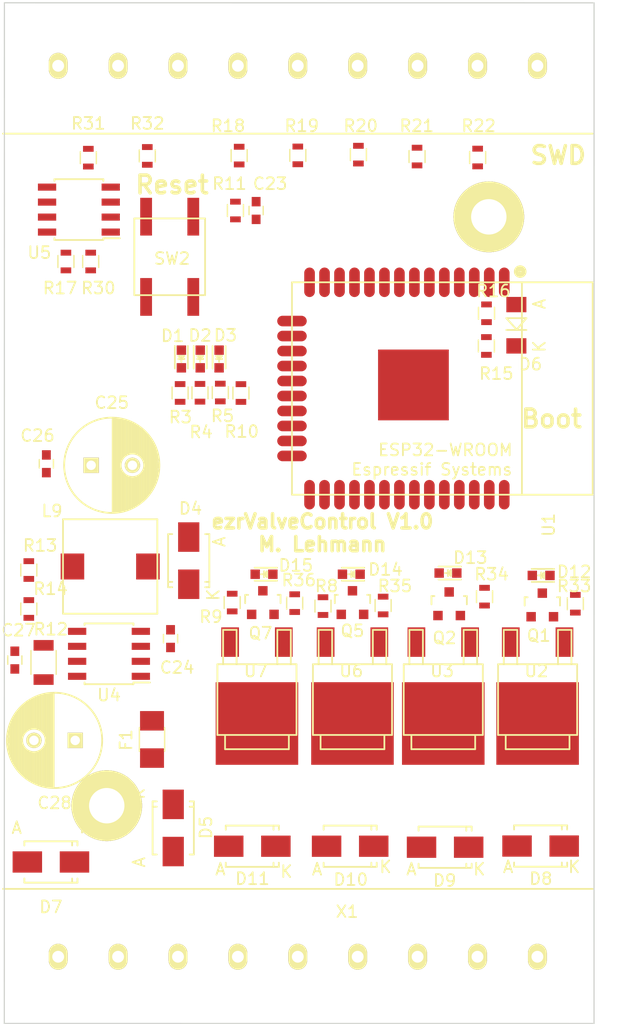
<source format=kicad_pcb>
(kicad_pcb (version 20171130) (host pcbnew no-vcs-found)

  (general
    (thickness 1.6)
    (drawings 8)
    (tracks 0)
    (zones 0)
    (modules 61)
    (nets 95)
  )

  (page A4)
  (layers
    (0 F.Cu signal)
    (31 B.Cu signal)
    (32 B.Adhes user hide)
    (33 F.Adhes user hide)
    (34 B.Paste user hide)
    (35 F.Paste user hide)
    (36 B.SilkS user)
    (37 F.SilkS user)
    (38 B.Mask user hide)
    (39 F.Mask user hide)
    (40 Dwgs.User user hide)
    (41 Cmts.User user hide)
    (42 Eco1.User user hide)
    (43 Eco2.User user hide)
    (44 Edge.Cuts user)
    (45 Margin user hide)
    (46 B.CrtYd user hide)
    (47 F.CrtYd user)
    (48 B.Fab user hide)
    (49 F.Fab user)
  )

  (setup
    (last_trace_width 0.2)
    (user_trace_width 0.15)
    (user_trace_width 0.2)
    (user_trace_width 0.4)
    (user_trace_width 0.6)
    (user_trace_width 0.8)
    (user_trace_width 1)
    (trace_clearance 0.2)
    (zone_clearance 0.2)
    (zone_45_only no)
    (trace_min 0.15)
    (segment_width 0.2)
    (edge_width 0.1)
    (via_size 0.8)
    (via_drill 0.4)
    (via_min_size 0.6)
    (via_min_drill 0.3)
    (uvia_size 0.3)
    (uvia_drill 0.1)
    (uvias_allowed no)
    (uvia_min_size 0.3)
    (uvia_min_drill 0.1)
    (pcb_text_width 0.3)
    (pcb_text_size 1.5 1.5)
    (mod_edge_width 0.15)
    (mod_text_size 1 1)
    (mod_text_width 0.15)
    (pad_size 2 2)
    (pad_drill 0)
    (pad_to_mask_clearance 0.1)
    (aux_axis_origin 30 20)
    (grid_origin 30 20)
    (visible_elements 7FFFFEFF)
    (pcbplotparams
      (layerselection 0x010f0_ffffffff)
      (usegerberextensions true)
      (usegerberattributes false)
      (usegerberadvancedattributes false)
      (creategerberjobfile false)
      (excludeedgelayer true)
      (linewidth 0.100000)
      (plotframeref false)
      (viasonmask false)
      (mode 1)
      (useauxorigin false)
      (hpglpennumber 1)
      (hpglpenspeed 20)
      (hpglpendiameter 15)
      (psnegative false)
      (psa4output false)
      (plotreference true)
      (plotvalue true)
      (plotinvisibletext true)
      (padsonsilk false)
      (subtractmaskfromsilk false)
      (outputformat 1)
      (mirror false)
      (drillshape 0)
      (scaleselection 1)
      (outputdirectory fab/))
  )

  (net 0 "")
  (net 1 GND)
  (net 2 +3V3)
  (net 3 "Net-(D1-Pad2)")
  (net 4 /PA12)
  (net 5 "Net-(D2-Pad2)")
  (net 6 /PA13)
  (net 7 "Net-(D3-Pad2)")
  (net 8 /PA14)
  (net 9 "Net-(R13-Pad1)")
  (net 10 /nReset)
  (net 11 "Net-(C24-Pad1)")
  (net 12 +24V)
  (net 13 "Net-(D4-Pad1)")
  (net 14 /Vin)
  (net 15 "Net-(R8-Pad1)")
  (net 16 "Net-(R9-Pad1)")
  (net 17 "Net-(R11-Pad1)")
  (net 18 "Net-(R12-Pad2)")
  (net 19 /OUT1)
  (net 20 /OUT2)
  (net 21 /OUT3)
  (net 22 /OUT4)
  (net 23 /PD6)
  (net 24 /PD7)
  (net 25 /PE0)
  (net 26 /PE1)
  (net 27 "Net-(R18-Pad2)")
  (net 28 "Net-(R19-Pad2)")
  (net 29 "Net-(R20-Pad2)")
  (net 30 "Net-(R21-Pad2)")
  (net 31 "Net-(R22-Pad2)")
  (net 32 "Net-(U1-Pad23)")
  (net 33 "Net-(U1-Pad29)")
  (net 34 "Net-(U1-Pad33)")
  (net 35 "Net-(U1-Pad37)")
  (net 36 "Net-(U1-Pad34)")
  (net 37 "Net-(U1-Pad5)")
  (net 38 "Net-(U1-Pad8)")
  (net 39 "Net-(U1-Pad10)")
  (net 40 "Net-(U1-Pad11)")
  (net 41 /OPTO1)
  (net 42 /OPTO2)
  (net 43 "Net-(U1-Pad15)")
  (net 44 "Net-(U1-Pad16)")
  (net 45 "Net-(R31-Pad2)")
  (net 46 "Net-(R32-Pad2)")
  (net 47 /CH4)
  (net 48 /CH1)
  (net 49 /CH2)
  (net 50 /CH3)
  (net 51 "Net-(Q7-Pad3)")
  (net 52 "Net-(Q5-Pad3)")
  (net 53 "Net-(Q2-Pad3)")
  (net 54 "Net-(Q1-Pad3)")
  (net 55 /IN2)
  (net 56 /IN1)
  (net 57 "Net-(D12-Pad1)")
  (net 58 "Net-(D13-Pad1)")
  (net 59 "Net-(D14-Pad1)")
  (net 60 "Net-(D15-Pad1)")
  (net 61 "Net-(D5-Pad1)")
  (net 62 "Net-(U1-Pad17)")
  (net 63 "Net-(U1-Pad18)")
  (net 64 "Net-(U1-Pad19)")
  (net 65 "Net-(U1-Pad20)")
  (net 66 "Net-(U1-Pad21)")
  (net 67 "Net-(U1-Pad22)")
  (net 68 "Net-(U1-Pad24)")
  (net 69 "Net-(U1-Pad25)")
  (net 70 "Net-(U1-Pad26)")
  (net 71 "Net-(U1-Pad27)")
  (net 72 "Net-(U1-Pad28)")
  (net 73 "Net-(U1-Pad30)")
  (net 74 "Net-(U1-Pad31)")
  (net 75 "Net-(U1-Pad32)")
  (net 76 "Net-(U1-Pad35)")
  (net 77 "Net-(U1-Pad36)")
  (net 78 "Net-(U1-Pad38)")
  (net 79 "Net-(U1-Pad39)")
  (net 80 "Net-(U1-Pad1)")
  (net 81 "Net-(U1-Pad2)")
  (net 82 "Net-(U1-Pad3)")
  (net 83 "Net-(U1-Pad4)")
  (net 84 "Net-(U1-Pad6)")
  (net 85 "Net-(U1-Pad7)")
  (net 86 "Net-(U1-Pad9)")
  (net 87 "Net-(U1-Pad12)")
  (net 88 "Net-(U1-Pad13)")
  (net 89 "Net-(U1-Pad14)")
  (net 90 "Net-(D6-Pad1)")
  (net 91 "Net-(R1-Pad1)")
  (net 92 "Net-(R2-Pad1)")
  (net 93 "Net-(R6-Pad1)")
  (net 94 "Net-(R7-Pad1)")

  (net_class Default "Dies ist die voreingestellte Netzklasse."
    (clearance 0.2)
    (trace_width 0.2)
    (via_dia 0.8)
    (via_drill 0.4)
    (uvia_dia 0.3)
    (uvia_drill 0.1)
    (add_net +24V)
    (add_net +3V3)
    (add_net /CH1)
    (add_net /CH2)
    (add_net /CH3)
    (add_net /CH4)
    (add_net /IN1)
    (add_net /IN2)
    (add_net /OPTO1)
    (add_net /OPTO2)
    (add_net /OUT1)
    (add_net /OUT2)
    (add_net /OUT3)
    (add_net /OUT4)
    (add_net /PA12)
    (add_net /PA13)
    (add_net /PA14)
    (add_net /PD6)
    (add_net /PD7)
    (add_net /PE0)
    (add_net /PE1)
    (add_net /Vin)
    (add_net /nReset)
    (add_net GND)
    (add_net "Net-(C24-Pad1)")
    (add_net "Net-(D1-Pad2)")
    (add_net "Net-(D12-Pad1)")
    (add_net "Net-(D13-Pad1)")
    (add_net "Net-(D14-Pad1)")
    (add_net "Net-(D15-Pad1)")
    (add_net "Net-(D2-Pad2)")
    (add_net "Net-(D3-Pad2)")
    (add_net "Net-(D4-Pad1)")
    (add_net "Net-(D5-Pad1)")
    (add_net "Net-(D6-Pad1)")
    (add_net "Net-(Q1-Pad3)")
    (add_net "Net-(Q2-Pad3)")
    (add_net "Net-(Q5-Pad3)")
    (add_net "Net-(Q7-Pad3)")
    (add_net "Net-(R1-Pad1)")
    (add_net "Net-(R11-Pad1)")
    (add_net "Net-(R12-Pad2)")
    (add_net "Net-(R13-Pad1)")
    (add_net "Net-(R18-Pad2)")
    (add_net "Net-(R19-Pad2)")
    (add_net "Net-(R2-Pad1)")
    (add_net "Net-(R20-Pad2)")
    (add_net "Net-(R21-Pad2)")
    (add_net "Net-(R22-Pad2)")
    (add_net "Net-(R31-Pad2)")
    (add_net "Net-(R32-Pad2)")
    (add_net "Net-(R6-Pad1)")
    (add_net "Net-(R7-Pad1)")
    (add_net "Net-(R8-Pad1)")
    (add_net "Net-(R9-Pad1)")
    (add_net "Net-(U1-Pad1)")
    (add_net "Net-(U1-Pad10)")
    (add_net "Net-(U1-Pad11)")
    (add_net "Net-(U1-Pad12)")
    (add_net "Net-(U1-Pad13)")
    (add_net "Net-(U1-Pad14)")
    (add_net "Net-(U1-Pad15)")
    (add_net "Net-(U1-Pad16)")
    (add_net "Net-(U1-Pad17)")
    (add_net "Net-(U1-Pad18)")
    (add_net "Net-(U1-Pad19)")
    (add_net "Net-(U1-Pad2)")
    (add_net "Net-(U1-Pad20)")
    (add_net "Net-(U1-Pad21)")
    (add_net "Net-(U1-Pad22)")
    (add_net "Net-(U1-Pad23)")
    (add_net "Net-(U1-Pad24)")
    (add_net "Net-(U1-Pad25)")
    (add_net "Net-(U1-Pad26)")
    (add_net "Net-(U1-Pad27)")
    (add_net "Net-(U1-Pad28)")
    (add_net "Net-(U1-Pad29)")
    (add_net "Net-(U1-Pad3)")
    (add_net "Net-(U1-Pad30)")
    (add_net "Net-(U1-Pad31)")
    (add_net "Net-(U1-Pad32)")
    (add_net "Net-(U1-Pad33)")
    (add_net "Net-(U1-Pad34)")
    (add_net "Net-(U1-Pad35)")
    (add_net "Net-(U1-Pad36)")
    (add_net "Net-(U1-Pad37)")
    (add_net "Net-(U1-Pad38)")
    (add_net "Net-(U1-Pad39)")
    (add_net "Net-(U1-Pad4)")
    (add_net "Net-(U1-Pad5)")
    (add_net "Net-(U1-Pad6)")
    (add_net "Net-(U1-Pad7)")
    (add_net "Net-(U1-Pad8)")
    (add_net "Net-(U1-Pad9)")
  )

  (module ESP32-footprints-Lib:ESP32-WROOM (layer F.Cu) (tedit 57D08EA8) (tstamp 5B736100)
    (at 88.42 68.26 90)
    (path /5AF74CA0)
    (fp_text reference U1 (at -11.557 9.017 90) (layer F.SilkS)
      (effects (font (size 1 1) (thickness 0.15)))
    )
    (fp_text value ESP32-WROOM (at 5.715 14.224 90) (layer F.Fab)
      (effects (font (size 1 1) (thickness 0.15)))
    )
    (fp_text user "Espressif Systems" (at -6.858 -0.889 180) (layer F.SilkS)
      (effects (font (size 1 1) (thickness 0.15)))
    )
    (fp_circle (center 9.906 6.604) (end 10.033 6.858) (layer F.SilkS) (width 0.5))
    (fp_text user ESP32-WROOM (at -5.207 0.254 180) (layer F.SilkS)
      (effects (font (size 1 1) (thickness 0.15)))
    )
    (fp_line (start -9 6.75) (end 9 6.75) (layer F.SilkS) (width 0.15))
    (fp_line (start 9 12.75) (end 9 -12.75) (layer F.SilkS) (width 0.15))
    (fp_line (start -9 12.75) (end -9 -12.75) (layer F.SilkS) (width 0.15))
    (fp_line (start -9 -12.75) (end 9 -12.75) (layer F.SilkS) (width 0.15))
    (fp_line (start -9 12.75) (end 9 12.75) (layer F.SilkS) (width 0.15))
    (pad 38 smd oval (at -9 5.25 90) (size 2.5 0.9) (layers F.Cu F.Paste F.Mask)
      (net 78 "Net-(U1-Pad38)"))
    (pad 37 smd oval (at -9 3.98 90) (size 2.5 0.9) (layers F.Cu F.Paste F.Mask)
      (net 35 "Net-(U1-Pad37)"))
    (pad 36 smd oval (at -9 2.71 90) (size 2.5 0.9) (layers F.Cu F.Paste F.Mask)
      (net 77 "Net-(U1-Pad36)"))
    (pad 35 smd oval (at -9 1.44 90) (size 2.5 0.9) (layers F.Cu F.Paste F.Mask)
      (net 76 "Net-(U1-Pad35)"))
    (pad 34 smd oval (at -9 0.17 90) (size 2.5 0.9) (layers F.Cu F.Paste F.Mask)
      (net 36 "Net-(U1-Pad34)"))
    (pad 33 smd oval (at -9 -1.1 90) (size 2.5 0.9) (layers F.Cu F.Paste F.Mask)
      (net 34 "Net-(U1-Pad33)"))
    (pad 32 smd oval (at -9 -2.37 90) (size 2.5 0.9) (layers F.Cu F.Paste F.Mask)
      (net 75 "Net-(U1-Pad32)"))
    (pad 31 smd oval (at -9 -3.64 90) (size 2.5 0.9) (layers F.Cu F.Paste F.Mask)
      (net 74 "Net-(U1-Pad31)"))
    (pad 30 smd oval (at -9 -4.91 90) (size 2.5 0.9) (layers F.Cu F.Paste F.Mask)
      (net 73 "Net-(U1-Pad30)"))
    (pad 29 smd oval (at -9 -6.18 90) (size 2.5 0.9) (layers F.Cu F.Paste F.Mask)
      (net 33 "Net-(U1-Pad29)"))
    (pad 28 smd oval (at -9 -7.45 90) (size 2.5 0.9) (layers F.Cu F.Paste F.Mask)
      (net 72 "Net-(U1-Pad28)"))
    (pad 27 smd oval (at -9 -8.72 90) (size 2.5 0.9) (layers F.Cu F.Paste F.Mask)
      (net 71 "Net-(U1-Pad27)"))
    (pad 26 smd oval (at -9 -9.99 90) (size 2.5 0.9) (layers F.Cu F.Paste F.Mask)
      (net 70 "Net-(U1-Pad26)"))
    (pad 25 smd oval (at -9 -11.26 90) (size 2.5 0.9) (layers F.Cu F.Paste F.Mask)
      (net 69 "Net-(U1-Pad25)"))
    (pad 24 smd oval (at -5.715 -12.75 90) (size 0.9 2.5) (layers F.Cu F.Paste F.Mask)
      (net 68 "Net-(U1-Pad24)"))
    (pad 23 smd oval (at -4.445 -12.75 90) (size 0.9 2.5) (layers F.Cu F.Paste F.Mask)
      (net 32 "Net-(U1-Pad23)"))
    (pad 22 smd oval (at -3.175 -12.75 90) (size 0.9 2.5) (layers F.Cu F.Paste F.Mask)
      (net 67 "Net-(U1-Pad22)"))
    (pad 21 smd oval (at -1.905 -12.75 90) (size 0.9 2.5) (layers F.Cu F.Paste F.Mask)
      (net 66 "Net-(U1-Pad21)"))
    (pad 20 smd oval (at -0.635 -12.75 90) (size 0.9 2.5) (layers F.Cu F.Paste F.Mask)
      (net 65 "Net-(U1-Pad20)"))
    (pad 19 smd oval (at 0.635 -12.75 90) (size 0.9 2.5) (layers F.Cu F.Paste F.Mask)
      (net 64 "Net-(U1-Pad19)"))
    (pad 18 smd oval (at 1.905 -12.75 90) (size 0.9 2.5) (layers F.Cu F.Paste F.Mask)
      (net 63 "Net-(U1-Pad18)"))
    (pad 17 smd oval (at 3.175 -12.75 90) (size 0.9 2.5) (layers F.Cu F.Paste F.Mask)
      (net 62 "Net-(U1-Pad17)"))
    (pad 16 smd oval (at 4.445 -12.75 90) (size 0.9 2.5) (layers F.Cu F.Paste F.Mask)
      (net 44 "Net-(U1-Pad16)"))
    (pad 15 smd oval (at 5.715 -12.75 90) (size 0.9 2.5) (layers F.Cu F.Paste F.Mask)
      (net 43 "Net-(U1-Pad15)"))
    (pad 14 smd oval (at 9 -11.26 90) (size 2.5 0.9) (layers F.Cu F.Paste F.Mask)
      (net 89 "Net-(U1-Pad14)"))
    (pad 13 smd oval (at 9 -9.99 90) (size 2.5 0.9) (layers F.Cu F.Paste F.Mask)
      (net 88 "Net-(U1-Pad13)"))
    (pad 12 smd oval (at 9 -8.72 90) (size 2.5 0.9) (layers F.Cu F.Paste F.Mask)
      (net 87 "Net-(U1-Pad12)"))
    (pad 11 smd oval (at 9 -7.45 90) (size 2.5 0.9) (layers F.Cu F.Paste F.Mask)
      (net 40 "Net-(U1-Pad11)"))
    (pad 10 smd oval (at 9 -6.18 90) (size 2.5 0.9) (layers F.Cu F.Paste F.Mask)
      (net 39 "Net-(U1-Pad10)"))
    (pad 9 smd oval (at 9 -4.91 90) (size 2.5 0.9) (layers F.Cu F.Paste F.Mask)
      (net 86 "Net-(U1-Pad9)"))
    (pad 8 smd oval (at 9 -3.64 90) (size 2.5 0.9) (layers F.Cu F.Paste F.Mask)
      (net 38 "Net-(U1-Pad8)"))
    (pad 7 smd oval (at 9 -2.37 90) (size 2.5 0.9) (layers F.Cu F.Paste F.Mask)
      (net 85 "Net-(U1-Pad7)"))
    (pad 6 smd oval (at 9 -1.1 90) (size 2.5 0.9) (layers F.Cu F.Paste F.Mask)
      (net 84 "Net-(U1-Pad6)"))
    (pad 5 smd oval (at 9 0.17 90) (size 2.5 0.9) (layers F.Cu F.Paste F.Mask)
      (net 37 "Net-(U1-Pad5)"))
    (pad 4 smd oval (at 9 1.44 90) (size 2.5 0.9) (layers F.Cu F.Paste F.Mask)
      (net 83 "Net-(U1-Pad4)"))
    (pad 3 smd oval (at 9 2.71 90) (size 2.5 0.9) (layers F.Cu F.Paste F.Mask)
      (net 82 "Net-(U1-Pad3)"))
    (pad 2 smd oval (at 9 3.98 90) (size 2.5 0.9) (layers F.Cu F.Paste F.Mask)
      (net 81 "Net-(U1-Pad2)"))
    (pad 1 smd oval (at 9 5.25 90) (size 2.5 0.9) (layers F.Cu F.Paste F.Mask)
      (net 80 "Net-(U1-Pad1)"))
    (pad 39 smd rect (at 0.3 -2.45 90) (size 6 6) (layers F.Cu F.Paste F.Mask)
      (net 79 "Net-(U1-Pad39)"))
  )

  (module Capacitors_SMD:C_0603 (layer F.Cu) (tedit 59958EE7) (tstamp 55A6ABC0)
    (at 72.62882 53.17748 270)
    (descr "Capacitor SMD 0603, reflow soldering, AVX (see smccp.pdf)")
    (tags "capacitor 0603")
    (path /55A6DCA5)
    (attr smd)
    (fp_text reference C23 (at -2.27076 -1.18872) (layer F.SilkS)
      (effects (font (size 1 1) (thickness 0.15)))
    )
    (fp_text value 100n (at 0.83058 -1.63576) (layer F.Fab)
      (effects (font (size 1 1) (thickness 0.15)))
    )
    (fp_line (start 1.4 0.65) (end -1.4 0.65) (layer F.CrtYd) (width 0.05))
    (fp_line (start 1.4 0.65) (end 1.4 -0.65) (layer F.CrtYd) (width 0.05))
    (fp_line (start -1.4 -0.65) (end -1.4 0.65) (layer F.CrtYd) (width 0.05))
    (fp_line (start -1.4 -0.65) (end 1.4 -0.65) (layer F.CrtYd) (width 0.05))
    (fp_line (start 0.35 0.6) (end -0.35 0.6) (layer F.SilkS) (width 0.12))
    (fp_line (start -0.35 -0.6) (end 0.35 -0.6) (layer F.SilkS) (width 0.12))
    (fp_line (start -0.8 -0.4) (end 0.8 -0.4) (layer F.Fab) (width 0.1))
    (fp_line (start 0.8 -0.4) (end 0.8 0.4) (layer F.Fab) (width 0.1))
    (fp_line (start 0.8 0.4) (end -0.8 0.4) (layer F.Fab) (width 0.1))
    (fp_line (start -0.8 0.4) (end -0.8 -0.4) (layer F.Fab) (width 0.1))
    (fp_text user %R (at 0 0 270) (layer F.Fab)
      (effects (font (size 0.3 0.3) (thickness 0.075)))
    )
    (pad 2 smd rect (at 0.75 0 270) (size 0.8 0.75) (layers F.Cu F.Paste F.Mask)
      (net 1 GND))
    (pad 1 smd rect (at -0.75 0 270) (size 0.8 0.75) (layers F.Cu F.Paste F.Mask)
      (net 10 /nReset))
    (model Capacitors_SMD.3dshapes/C_0603.wrl
      (at (xyz 0 0 0))
      (scale (xyz 1 1 1))
      (rotate (xyz 0 0 0))
    )
  )

  (module Resistors_SMD:R_0603 (layer F.Cu) (tedit 58E0A804) (tstamp 55A6ABD8)
    (at 66.1823 68.63662 270)
    (descr "Resistor SMD 0603, reflow soldering, Vishay (see dcrcw.pdf)")
    (tags "resistor 0603")
    (path /568C5422)
    (attr smd)
    (fp_text reference R3 (at 2.05162 -0.02794) (layer F.SilkS)
      (effects (font (size 1 1) (thickness 0.15)))
    )
    (fp_text value 470 (at 0.21338 -0.0277 90) (layer F.Fab)
      (effects (font (size 1 1) (thickness 0.15)))
    )
    (fp_text user %R (at 0 0 270) (layer F.Fab)
      (effects (font (size 0.4 0.4) (thickness 0.075)))
    )
    (fp_line (start -0.8 0.4) (end -0.8 -0.4) (layer F.Fab) (width 0.1))
    (fp_line (start 0.8 0.4) (end -0.8 0.4) (layer F.Fab) (width 0.1))
    (fp_line (start 0.8 -0.4) (end 0.8 0.4) (layer F.Fab) (width 0.1))
    (fp_line (start -0.8 -0.4) (end 0.8 -0.4) (layer F.Fab) (width 0.1))
    (fp_line (start 0.5 0.68) (end -0.5 0.68) (layer F.SilkS) (width 0.12))
    (fp_line (start -0.5 -0.68) (end 0.5 -0.68) (layer F.SilkS) (width 0.12))
    (fp_line (start -1.25 -0.7) (end 1.25 -0.7) (layer F.CrtYd) (width 0.05))
    (fp_line (start -1.25 -0.7) (end -1.25 0.7) (layer F.CrtYd) (width 0.05))
    (fp_line (start 1.25 0.7) (end 1.25 -0.7) (layer F.CrtYd) (width 0.05))
    (fp_line (start 1.25 0.7) (end -1.25 0.7) (layer F.CrtYd) (width 0.05))
    (pad 1 smd rect (at -0.75 0 270) (size 0.5 0.9) (layers F.Cu F.Paste F.Mask)
      (net 3 "Net-(D1-Pad2)"))
    (pad 2 smd rect (at 0.75 0 270) (size 0.5 0.9) (layers F.Cu F.Paste F.Mask)
      (net 2 +3V3))
    (model ${KISYS3DMOD}/Resistors_SMD.3dshapes/R_0603.wrl
      (at (xyz 0 0 0))
      (scale (xyz 1 1 1))
      (rotate (xyz 0 0 0))
    )
  )

  (module Resistors_SMD:R_0603 (layer F.Cu) (tedit 58E0A804) (tstamp 55A6ABDE)
    (at 67.86886 68.62322 270)
    (descr "Resistor SMD 0603, reflow soldering, Vishay (see dcrcw.pdf)")
    (tags "resistor 0603")
    (path /568C5863)
    (attr smd)
    (fp_text reference R4 (at 3.3274 -0.09144) (layer F.SilkS)
      (effects (font (size 1 1) (thickness 0.15)))
    )
    (fp_text value 470 (at 0.07678 -0.09114 90) (layer F.Fab)
      (effects (font (size 1 1) (thickness 0.15)))
    )
    (fp_text user %R (at 0 0 270) (layer F.Fab)
      (effects (font (size 0.4 0.4) (thickness 0.075)))
    )
    (fp_line (start -0.8 0.4) (end -0.8 -0.4) (layer F.Fab) (width 0.1))
    (fp_line (start 0.8 0.4) (end -0.8 0.4) (layer F.Fab) (width 0.1))
    (fp_line (start 0.8 -0.4) (end 0.8 0.4) (layer F.Fab) (width 0.1))
    (fp_line (start -0.8 -0.4) (end 0.8 -0.4) (layer F.Fab) (width 0.1))
    (fp_line (start 0.5 0.68) (end -0.5 0.68) (layer F.SilkS) (width 0.12))
    (fp_line (start -0.5 -0.68) (end 0.5 -0.68) (layer F.SilkS) (width 0.12))
    (fp_line (start -1.25 -0.7) (end 1.25 -0.7) (layer F.CrtYd) (width 0.05))
    (fp_line (start -1.25 -0.7) (end -1.25 0.7) (layer F.CrtYd) (width 0.05))
    (fp_line (start 1.25 0.7) (end 1.25 -0.7) (layer F.CrtYd) (width 0.05))
    (fp_line (start 1.25 0.7) (end -1.25 0.7) (layer F.CrtYd) (width 0.05))
    (pad 1 smd rect (at -0.75 0 270) (size 0.5 0.9) (layers F.Cu F.Paste F.Mask)
      (net 5 "Net-(D2-Pad2)"))
    (pad 2 smd rect (at 0.75 0 270) (size 0.5 0.9) (layers F.Cu F.Paste F.Mask)
      (net 2 +3V3))
    (model ${KISYS3DMOD}/Resistors_SMD.3dshapes/R_0603.wrl
      (at (xyz 0 0 0))
      (scale (xyz 1 1 1))
      (rotate (xyz 0 0 0))
    )
  )

  (module switches:SMD_Switch_6.5x6 (layer F.Cu) (tedit 55A410D7) (tstamp 55A6ABEE)
    (at 65.3 57.1 270)
    (path /55A6DAD5)
    (fp_text reference SW2 (at 0.15 -0.2) (layer F.SilkS)
      (effects (font (size 1 1) (thickness 0.15)))
    )
    (fp_text value Reset (at 1.85 -0.15) (layer F.Fab)
      (effects (font (size 1 1) (thickness 0.15)))
    )
    (fp_line (start -3.25 3) (end -3.25 -3) (layer F.SilkS) (width 0.15))
    (fp_line (start 3.25 3) (end -3.25 3) (layer F.SilkS) (width 0.15))
    (fp_line (start 3.25 -3) (end 3.25 3) (layer F.SilkS) (width 0.15))
    (fp_line (start -3.25 -3) (end 3.25 -3) (layer F.SilkS) (width 0.15))
    (pad B' smd rect (at 3.4 -2 270) (size 3.2 1) (layers F.Cu F.Paste F.Mask)
      (net 10 /nReset))
    (pad B smd rect (at -3.4 -2 270) (size 3.2 1) (layers F.Cu F.Paste F.Mask)
      (net 10 /nReset))
    (pad A smd rect (at -3.4 2 270) (size 3.2 1) (layers F.Cu F.Paste F.Mask)
      (net 17 "Net-(R11-Pad1)"))
    (pad A' smd rect (at 3.4 2 270) (size 3.2 1) (layers F.Cu F.Paste F.Mask)
      (net 17 "Net-(R11-Pad1)"))
    (model /home/marco/git/kicad/models/smd_switch_6.5x6.wrl
      (at (xyz 0 0 0))
      (scale (xyz 1 1 1))
      (rotate (xyz 0 0 0))
    )
  )

  (module Capacitors_SMD:C_0603 (layer F.Cu) (tedit 59958EE7) (tstamp 55ABC5B9)
    (at 65.37204 89.4563 90)
    (descr "Capacitor SMD 0603, reflow soldering, AVX (see smccp.pdf)")
    (tags "capacitor 0603")
    (path /5719BF83)
    (attr smd)
    (fp_text reference C24 (at -2.4511 0.55626) (layer F.SilkS)
      (effects (font (size 1 1) (thickness 0.15)))
    )
    (fp_text value 470p (at -0.139858 -0.23477 90) (layer F.Fab)
      (effects (font (size 1 1) (thickness 0.15)))
    )
    (fp_line (start 1.4 0.65) (end -1.4 0.65) (layer F.CrtYd) (width 0.05))
    (fp_line (start 1.4 0.65) (end 1.4 -0.65) (layer F.CrtYd) (width 0.05))
    (fp_line (start -1.4 -0.65) (end -1.4 0.65) (layer F.CrtYd) (width 0.05))
    (fp_line (start -1.4 -0.65) (end 1.4 -0.65) (layer F.CrtYd) (width 0.05))
    (fp_line (start 0.35 0.6) (end -0.35 0.6) (layer F.SilkS) (width 0.12))
    (fp_line (start -0.35 -0.6) (end 0.35 -0.6) (layer F.SilkS) (width 0.12))
    (fp_line (start -0.8 -0.4) (end 0.8 -0.4) (layer F.Fab) (width 0.1))
    (fp_line (start 0.8 -0.4) (end 0.8 0.4) (layer F.Fab) (width 0.1))
    (fp_line (start 0.8 0.4) (end -0.8 0.4) (layer F.Fab) (width 0.1))
    (fp_line (start -0.8 0.4) (end -0.8 -0.4) (layer F.Fab) (width 0.1))
    (fp_text user %R (at 0 0 90) (layer F.Fab)
      (effects (font (size 0.3 0.3) (thickness 0.075)))
    )
    (pad 2 smd rect (at 0.75 0 90) (size 0.8 0.75) (layers F.Cu F.Paste F.Mask)
      (net 1 GND))
    (pad 1 smd rect (at -0.75 0 90) (size 0.8 0.75) (layers F.Cu F.Paste F.Mask)
      (net 11 "Net-(C24-Pad1)"))
    (model Capacitors_SMD.3dshapes/C_0603.wrl
      (at (xyz 0 0 0))
      (scale (xyz 1 1 1))
      (rotate (xyz 0 0 0))
    )
  )

  (module Resistors_SMD:R_0603 (layer F.Cu) (tedit 58E0A804) (tstamp 55ABC5C5)
    (at 69.59098 68.6029 270)
    (descr "Resistor SMD 0603, reflow soldering, Vishay (see dcrcw.pdf)")
    (tags "resistor 0603")
    (path /568C5916)
    (attr smd)
    (fp_text reference R5 (at 1.97866 -0.18796 180) (layer F.SilkS)
      (effects (font (size 1 1) (thickness 0.15)))
    )
    (fp_text value 470 (at 0.2471 -0.06902 270) (layer F.Fab)
      (effects (font (size 1 1) (thickness 0.15)))
    )
    (fp_text user %R (at 0 0 270) (layer F.Fab)
      (effects (font (size 0.4 0.4) (thickness 0.075)))
    )
    (fp_line (start -0.8 0.4) (end -0.8 -0.4) (layer F.Fab) (width 0.1))
    (fp_line (start 0.8 0.4) (end -0.8 0.4) (layer F.Fab) (width 0.1))
    (fp_line (start 0.8 -0.4) (end 0.8 0.4) (layer F.Fab) (width 0.1))
    (fp_line (start -0.8 -0.4) (end 0.8 -0.4) (layer F.Fab) (width 0.1))
    (fp_line (start 0.5 0.68) (end -0.5 0.68) (layer F.SilkS) (width 0.12))
    (fp_line (start -0.5 -0.68) (end 0.5 -0.68) (layer F.SilkS) (width 0.12))
    (fp_line (start -1.25 -0.7) (end 1.25 -0.7) (layer F.CrtYd) (width 0.05))
    (fp_line (start -1.25 -0.7) (end -1.25 0.7) (layer F.CrtYd) (width 0.05))
    (fp_line (start 1.25 0.7) (end 1.25 -0.7) (layer F.CrtYd) (width 0.05))
    (fp_line (start 1.25 0.7) (end -1.25 0.7) (layer F.CrtYd) (width 0.05))
    (pad 1 smd rect (at -0.75 0 270) (size 0.5 0.9) (layers F.Cu F.Paste F.Mask)
      (net 7 "Net-(D3-Pad2)"))
    (pad 2 smd rect (at 0.75 0 270) (size 0.5 0.9) (layers F.Cu F.Paste F.Mask)
      (net 2 +3V3))
    (model ${KISYS3DMOD}/Resistors_SMD.3dshapes/R_0603.wrl
      (at (xyz 0 0 0))
      (scale (xyz 1 1 1))
      (rotate (xyz 0 0 0))
    )
  )

  (module Resistors_SMD:R_0603 (layer F.Cu) (tedit 58E0A804) (tstamp 568D089C)
    (at 78.3 86.7 270)
    (descr "Resistor SMD 0603, reflow soldering, Vishay (see dcrcw.pdf)")
    (tags "resistor 0603")
    (path /5717BC60)
    (attr smd)
    (fp_text reference R8 (at -1.7 -0.3) (layer F.SilkS)
      (effects (font (size 1 1) (thickness 0.15)))
    )
    (fp_text value 33 (at 0 -0.1 90) (layer F.Fab)
      (effects (font (size 1 1) (thickness 0.15)))
    )
    (fp_text user %R (at 0 0 270) (layer F.Fab)
      (effects (font (size 0.4 0.4) (thickness 0.075)))
    )
    (fp_line (start -0.8 0.4) (end -0.8 -0.4) (layer F.Fab) (width 0.1))
    (fp_line (start 0.8 0.4) (end -0.8 0.4) (layer F.Fab) (width 0.1))
    (fp_line (start 0.8 -0.4) (end 0.8 0.4) (layer F.Fab) (width 0.1))
    (fp_line (start -0.8 -0.4) (end 0.8 -0.4) (layer F.Fab) (width 0.1))
    (fp_line (start 0.5 0.68) (end -0.5 0.68) (layer F.SilkS) (width 0.12))
    (fp_line (start -0.5 -0.68) (end 0.5 -0.68) (layer F.SilkS) (width 0.12))
    (fp_line (start -1.25 -0.7) (end 1.25 -0.7) (layer F.CrtYd) (width 0.05))
    (fp_line (start -1.25 -0.7) (end -1.25 0.7) (layer F.CrtYd) (width 0.05))
    (fp_line (start 1.25 0.7) (end 1.25 -0.7) (layer F.CrtYd) (width 0.05))
    (fp_line (start 1.25 0.7) (end -1.25 0.7) (layer F.CrtYd) (width 0.05))
    (pad 1 smd rect (at -0.75 0 270) (size 0.5 0.9) (layers F.Cu F.Paste F.Mask)
      (net 15 "Net-(R8-Pad1)"))
    (pad 2 smd rect (at 0.75 0 270) (size 0.5 0.9) (layers F.Cu F.Paste F.Mask)
      (net 50 /CH3))
    (model ${KISYS3DMOD}/Resistors_SMD.3dshapes/R_0603.wrl
      (at (xyz 0 0 0))
      (scale (xyz 1 1 1))
      (rotate (xyz 0 0 0))
    )
  )

  (module Resistors_SMD:R_0603 (layer F.Cu) (tedit 58E0A804) (tstamp 568D08A2)
    (at 70.6 86.4 270)
    (descr "Resistor SMD 0603, reflow soldering, Vishay (see dcrcw.pdf)")
    (tags "resistor 0603")
    (path /5717BD30)
    (attr smd)
    (fp_text reference R9 (at 1.2 1.8) (layer F.SilkS)
      (effects (font (size 1 1) (thickness 0.15)))
    )
    (fp_text value 33 (at 0.2 -0.15) (layer F.Fab)
      (effects (font (size 1 1) (thickness 0.15)))
    )
    (fp_text user %R (at 0 0 270) (layer F.Fab)
      (effects (font (size 0.4 0.4) (thickness 0.075)))
    )
    (fp_line (start -0.8 0.4) (end -0.8 -0.4) (layer F.Fab) (width 0.1))
    (fp_line (start 0.8 0.4) (end -0.8 0.4) (layer F.Fab) (width 0.1))
    (fp_line (start 0.8 -0.4) (end 0.8 0.4) (layer F.Fab) (width 0.1))
    (fp_line (start -0.8 -0.4) (end 0.8 -0.4) (layer F.Fab) (width 0.1))
    (fp_line (start 0.5 0.68) (end -0.5 0.68) (layer F.SilkS) (width 0.12))
    (fp_line (start -0.5 -0.68) (end 0.5 -0.68) (layer F.SilkS) (width 0.12))
    (fp_line (start -1.25 -0.7) (end 1.25 -0.7) (layer F.CrtYd) (width 0.05))
    (fp_line (start -1.25 -0.7) (end -1.25 0.7) (layer F.CrtYd) (width 0.05))
    (fp_line (start 1.25 0.7) (end 1.25 -0.7) (layer F.CrtYd) (width 0.05))
    (fp_line (start 1.25 0.7) (end -1.25 0.7) (layer F.CrtYd) (width 0.05))
    (pad 1 smd rect (at -0.75 0 270) (size 0.5 0.9) (layers F.Cu F.Paste F.Mask)
      (net 16 "Net-(R9-Pad1)"))
    (pad 2 smd rect (at 0.75 0 270) (size 0.5 0.9) (layers F.Cu F.Paste F.Mask)
      (net 47 /CH4))
    (model ${KISYS3DMOD}/Resistors_SMD.3dshapes/R_0603.wrl
      (at (xyz 0 0 0))
      (scale (xyz 1 1 1))
      (rotate (xyz 0 0 0))
    )
  )

  (module Resistors_SMD:R_0603 (layer F.Cu) (tedit 58E0A804) (tstamp 568D08A8)
    (at 71.34104 68.64284 270)
    (descr "Resistor SMD 0603, reflow soldering, Vishay (see dcrcw.pdf)")
    (tags "resistor 0603")
    (path /568D341F)
    (attr smd)
    (fp_text reference R10 (at 3.26714 -0.06858) (layer F.SilkS)
      (effects (font (size 1 1) (thickness 0.15)))
    )
    (fp_text value 10k (at 0.00716 -0.16896 90) (layer F.Fab)
      (effects (font (size 1 1) (thickness 0.15)))
    )
    (fp_text user %R (at 0 0 270) (layer F.Fab)
      (effects (font (size 0.4 0.4) (thickness 0.075)))
    )
    (fp_line (start -0.8 0.4) (end -0.8 -0.4) (layer F.Fab) (width 0.1))
    (fp_line (start 0.8 0.4) (end -0.8 0.4) (layer F.Fab) (width 0.1))
    (fp_line (start 0.8 -0.4) (end 0.8 0.4) (layer F.Fab) (width 0.1))
    (fp_line (start -0.8 -0.4) (end 0.8 -0.4) (layer F.Fab) (width 0.1))
    (fp_line (start 0.5 0.68) (end -0.5 0.68) (layer F.SilkS) (width 0.12))
    (fp_line (start -0.5 -0.68) (end 0.5 -0.68) (layer F.SilkS) (width 0.12))
    (fp_line (start -1.25 -0.7) (end 1.25 -0.7) (layer F.CrtYd) (width 0.05))
    (fp_line (start -1.25 -0.7) (end -1.25 0.7) (layer F.CrtYd) (width 0.05))
    (fp_line (start 1.25 0.7) (end 1.25 -0.7) (layer F.CrtYd) (width 0.05))
    (fp_line (start 1.25 0.7) (end -1.25 0.7) (layer F.CrtYd) (width 0.05))
    (pad 1 smd rect (at -0.75 0 270) (size 0.5 0.9) (layers F.Cu F.Paste F.Mask)
      (net 10 /nReset))
    (pad 2 smd rect (at 0.75 0 270) (size 0.5 0.9) (layers F.Cu F.Paste F.Mask)
      (net 2 +3V3))
    (model ${KISYS3DMOD}/Resistors_SMD.3dshapes/R_0603.wrl
      (at (xyz 0 0 0))
      (scale (xyz 1 1 1))
      (rotate (xyz 0 0 0))
    )
  )

  (module Resistors_SMD:R_0603 (layer F.Cu) (tedit 58E0A804) (tstamp 568D08AE)
    (at 70.87368 53.17748 270)
    (descr "Resistor SMD 0603, reflow soldering, Vishay (see dcrcw.pdf)")
    (tags "resistor 0603")
    (path /55A6DADB)
    (attr smd)
    (fp_text reference R11 (at -2.27584 0.51054) (layer F.SilkS)
      (effects (font (size 1 1) (thickness 0.15)))
    )
    (fp_text value 100 (at 0 1.9 270) (layer F.Fab)
      (effects (font (size 1 1) (thickness 0.15)))
    )
    (fp_text user %R (at 0 0 270) (layer F.Fab)
      (effects (font (size 0.4 0.4) (thickness 0.075)))
    )
    (fp_line (start -0.8 0.4) (end -0.8 -0.4) (layer F.Fab) (width 0.1))
    (fp_line (start 0.8 0.4) (end -0.8 0.4) (layer F.Fab) (width 0.1))
    (fp_line (start 0.8 -0.4) (end 0.8 0.4) (layer F.Fab) (width 0.1))
    (fp_line (start -0.8 -0.4) (end 0.8 -0.4) (layer F.Fab) (width 0.1))
    (fp_line (start 0.5 0.68) (end -0.5 0.68) (layer F.SilkS) (width 0.12))
    (fp_line (start -0.5 -0.68) (end 0.5 -0.68) (layer F.SilkS) (width 0.12))
    (fp_line (start -1.25 -0.7) (end 1.25 -0.7) (layer F.CrtYd) (width 0.05))
    (fp_line (start -1.25 -0.7) (end -1.25 0.7) (layer F.CrtYd) (width 0.05))
    (fp_line (start 1.25 0.7) (end 1.25 -0.7) (layer F.CrtYd) (width 0.05))
    (fp_line (start 1.25 0.7) (end -1.25 0.7) (layer F.CrtYd) (width 0.05))
    (pad 1 smd rect (at -0.75 0 270) (size 0.5 0.9) (layers F.Cu F.Paste F.Mask)
      (net 17 "Net-(R11-Pad1)"))
    (pad 2 smd rect (at 0.75 0 270) (size 0.5 0.9) (layers F.Cu F.Paste F.Mask)
      (net 1 GND))
    (model ${KISYS3DMOD}/Resistors_SMD.3dshapes/R_0603.wrl
      (at (xyz 0 0 0))
      (scale (xyz 1 1 1))
      (rotate (xyz 0 0 0))
    )
  )

  (module Resistors_SMD:R_0603 (layer F.Cu) (tedit 58E0A804) (tstamp 568D08BA)
    (at 53.35244 83.64406 90)
    (descr "Resistor SMD 0603, reflow soldering, Vishay (see dcrcw.pdf)")
    (tags "resistor 0603")
    (path /5719F390)
    (attr smd)
    (fp_text reference R13 (at 2.077 0.96298) (layer F.SilkS)
      (effects (font (size 1 1) (thickness 0.15)))
    )
    (fp_text value 1K6 (at 0 1.9 90) (layer F.Fab)
      (effects (font (size 1 1) (thickness 0.15)))
    )
    (fp_text user %R (at 0 0 90) (layer F.Fab)
      (effects (font (size 0.4 0.4) (thickness 0.075)))
    )
    (fp_line (start -0.8 0.4) (end -0.8 -0.4) (layer F.Fab) (width 0.1))
    (fp_line (start 0.8 0.4) (end -0.8 0.4) (layer F.Fab) (width 0.1))
    (fp_line (start 0.8 -0.4) (end 0.8 0.4) (layer F.Fab) (width 0.1))
    (fp_line (start -0.8 -0.4) (end 0.8 -0.4) (layer F.Fab) (width 0.1))
    (fp_line (start 0.5 0.68) (end -0.5 0.68) (layer F.SilkS) (width 0.12))
    (fp_line (start -0.5 -0.68) (end 0.5 -0.68) (layer F.SilkS) (width 0.12))
    (fp_line (start -1.25 -0.7) (end 1.25 -0.7) (layer F.CrtYd) (width 0.05))
    (fp_line (start -1.25 -0.7) (end -1.25 0.7) (layer F.CrtYd) (width 0.05))
    (fp_line (start 1.25 0.7) (end 1.25 -0.7) (layer F.CrtYd) (width 0.05))
    (fp_line (start 1.25 0.7) (end -1.25 0.7) (layer F.CrtYd) (width 0.05))
    (pad 1 smd rect (at -0.75 0 90) (size 0.5 0.9) (layers F.Cu F.Paste F.Mask)
      (net 9 "Net-(R13-Pad1)"))
    (pad 2 smd rect (at 0.75 0 90) (size 0.5 0.9) (layers F.Cu F.Paste F.Mask)
      (net 2 +3V3))
    (model ${KISYS3DMOD}/Resistors_SMD.3dshapes/R_0603.wrl
      (at (xyz 0 0 0))
      (scale (xyz 1 1 1))
      (rotate (xyz 0 0 0))
    )
  )

  (module Resistors_SMD:R_0603 (layer F.Cu) (tedit 58E0A804) (tstamp 568D08C0)
    (at 53.35244 86.94406 90)
    (descr "Resistor SMD 0603, reflow soldering, Vishay (see dcrcw.pdf)")
    (tags "resistor 0603")
    (path /5719F776)
    (attr smd)
    (fp_text reference R14 (at 1.71178 1.84436) (layer F.SilkS)
      (effects (font (size 1 1) (thickness 0.15)))
    )
    (fp_text value 1k (at 0 1.9 90) (layer F.Fab)
      (effects (font (size 1 1) (thickness 0.15)))
    )
    (fp_text user %R (at 0 0 90) (layer F.Fab)
      (effects (font (size 0.4 0.4) (thickness 0.075)))
    )
    (fp_line (start -0.8 0.4) (end -0.8 -0.4) (layer F.Fab) (width 0.1))
    (fp_line (start 0.8 0.4) (end -0.8 0.4) (layer F.Fab) (width 0.1))
    (fp_line (start 0.8 -0.4) (end 0.8 0.4) (layer F.Fab) (width 0.1))
    (fp_line (start -0.8 -0.4) (end 0.8 -0.4) (layer F.Fab) (width 0.1))
    (fp_line (start 0.5 0.68) (end -0.5 0.68) (layer F.SilkS) (width 0.12))
    (fp_line (start -0.5 -0.68) (end 0.5 -0.68) (layer F.SilkS) (width 0.12))
    (fp_line (start -1.25 -0.7) (end 1.25 -0.7) (layer F.CrtYd) (width 0.05))
    (fp_line (start -1.25 -0.7) (end -1.25 0.7) (layer F.CrtYd) (width 0.05))
    (fp_line (start 1.25 0.7) (end 1.25 -0.7) (layer F.CrtYd) (width 0.05))
    (fp_line (start 1.25 0.7) (end -1.25 0.7) (layer F.CrtYd) (width 0.05))
    (pad 1 smd rect (at -0.75 0 90) (size 0.5 0.9) (layers F.Cu F.Paste F.Mask)
      (net 1 GND))
    (pad 2 smd rect (at 0.75 0 90) (size 0.5 0.9) (layers F.Cu F.Paste F.Mask)
      (net 9 "Net-(R13-Pad1)"))
    (model ${KISYS3DMOD}/Resistors_SMD.3dshapes/R_0603.wrl
      (at (xyz 0 0 0))
      (scale (xyz 1 1 1))
      (rotate (xyz 0 0 0))
    )
  )

  (module Resistors_SMD:R_0603 (layer F.Cu) (tedit 58E0A804) (tstamp 568D08C6)
    (at 92.15634 64.65574 270)
    (descr "Resistor SMD 0603, reflow soldering, Vishay (see dcrcw.pdf)")
    (tags "resistor 0603")
    (path /5718B3A4)
    (attr smd)
    (fp_text reference R15 (at 2.34426 -0.84366) (layer F.SilkS)
      (effects (font (size 1 1) (thickness 0.15)))
    )
    (fp_text value 10k (at 0.04426 -0.14366 270) (layer F.Fab)
      (effects (font (size 1 1) (thickness 0.15)))
    )
    (fp_text user %R (at 0 0 270) (layer F.Fab)
      (effects (font (size 0.4 0.4) (thickness 0.075)))
    )
    (fp_line (start -0.8 0.4) (end -0.8 -0.4) (layer F.Fab) (width 0.1))
    (fp_line (start 0.8 0.4) (end -0.8 0.4) (layer F.Fab) (width 0.1))
    (fp_line (start 0.8 -0.4) (end 0.8 0.4) (layer F.Fab) (width 0.1))
    (fp_line (start -0.8 -0.4) (end 0.8 -0.4) (layer F.Fab) (width 0.1))
    (fp_line (start 0.5 0.68) (end -0.5 0.68) (layer F.SilkS) (width 0.12))
    (fp_line (start -0.5 -0.68) (end 0.5 -0.68) (layer F.SilkS) (width 0.12))
    (fp_line (start -1.25 -0.7) (end 1.25 -0.7) (layer F.CrtYd) (width 0.05))
    (fp_line (start -1.25 -0.7) (end -1.25 0.7) (layer F.CrtYd) (width 0.05))
    (fp_line (start 1.25 0.7) (end 1.25 -0.7) (layer F.CrtYd) (width 0.05))
    (fp_line (start 1.25 0.7) (end -1.25 0.7) (layer F.CrtYd) (width 0.05))
    (pad 1 smd rect (at -0.75 0 270) (size 0.5 0.9) (layers F.Cu F.Paste F.Mask)
      (net 90 "Net-(D6-Pad1)"))
    (pad 2 smd rect (at 0.75 0 270) (size 0.5 0.9) (layers F.Cu F.Paste F.Mask)
      (net 14 /Vin))
    (model ${KISYS3DMOD}/Resistors_SMD.3dshapes/R_0603.wrl
      (at (xyz 0 0 0))
      (scale (xyz 1 1 1))
      (rotate (xyz 0 0 0))
    )
  )

  (module Resistors_SMD:R_0603 (layer F.Cu) (tedit 58E0A804) (tstamp 568D08CC)
    (at 92.1665 61.88714 270)
    (descr "Resistor SMD 0603, reflow soldering, Vishay (see dcrcw.pdf)")
    (tags "resistor 0603")
    (path /5718B602)
    (attr smd)
    (fp_text reference R16 (at -1.88714 -0.5835) (layer F.SilkS)
      (effects (font (size 1 1) (thickness 0.15)))
    )
    (fp_text value 1k (at 0.01286 0.1165 270) (layer F.Fab)
      (effects (font (size 1 1) (thickness 0.15)))
    )
    (fp_text user %R (at 0 0 270) (layer F.Fab)
      (effects (font (size 0.4 0.4) (thickness 0.075)))
    )
    (fp_line (start -0.8 0.4) (end -0.8 -0.4) (layer F.Fab) (width 0.1))
    (fp_line (start 0.8 0.4) (end -0.8 0.4) (layer F.Fab) (width 0.1))
    (fp_line (start 0.8 -0.4) (end 0.8 0.4) (layer F.Fab) (width 0.1))
    (fp_line (start -0.8 -0.4) (end 0.8 -0.4) (layer F.Fab) (width 0.1))
    (fp_line (start 0.5 0.68) (end -0.5 0.68) (layer F.SilkS) (width 0.12))
    (fp_line (start -0.5 -0.68) (end 0.5 -0.68) (layer F.SilkS) (width 0.12))
    (fp_line (start -1.25 -0.7) (end 1.25 -0.7) (layer F.CrtYd) (width 0.05))
    (fp_line (start -1.25 -0.7) (end -1.25 0.7) (layer F.CrtYd) (width 0.05))
    (fp_line (start 1.25 0.7) (end 1.25 -0.7) (layer F.CrtYd) (width 0.05))
    (fp_line (start 1.25 0.7) (end -1.25 0.7) (layer F.CrtYd) (width 0.05))
    (pad 1 smd rect (at -0.75 0 270) (size 0.5 0.9) (layers F.Cu F.Paste F.Mask)
      (net 1 GND))
    (pad 2 smd rect (at 0.75 0 270) (size 0.5 0.9) (layers F.Cu F.Paste F.Mask)
      (net 90 "Net-(D6-Pad1)"))
    (model ${KISYS3DMOD}/Resistors_SMD.3dshapes/R_0603.wrl
      (at (xyz 0 0 0))
      (scale (xyz 1 1 1))
      (rotate (xyz 0 0 0))
    )
  )

  (module Capacitors_SMD:C_0603 (layer F.Cu) (tedit 59958EE7) (tstamp 568E35B2)
    (at 52.16658 91.27494 270)
    (descr "Capacitor SMD 0603, reflow soldering, AVX (see smccp.pdf)")
    (tags "capacitor 0603")
    (path /5716B3F7)
    (attr smd)
    (fp_text reference C27 (at -2.53238 -0.32004) (layer F.SilkS)
      (effects (font (size 1 1) (thickness 0.15)))
    )
    (fp_text value 100n (at -2.33426 -1.03124) (layer F.Fab)
      (effects (font (size 1 1) (thickness 0.15)))
    )
    (fp_line (start 1.4 0.65) (end -1.4 0.65) (layer F.CrtYd) (width 0.05))
    (fp_line (start 1.4 0.65) (end 1.4 -0.65) (layer F.CrtYd) (width 0.05))
    (fp_line (start -1.4 -0.65) (end -1.4 0.65) (layer F.CrtYd) (width 0.05))
    (fp_line (start -1.4 -0.65) (end 1.4 -0.65) (layer F.CrtYd) (width 0.05))
    (fp_line (start 0.35 0.6) (end -0.35 0.6) (layer F.SilkS) (width 0.12))
    (fp_line (start -0.35 -0.6) (end 0.35 -0.6) (layer F.SilkS) (width 0.12))
    (fp_line (start -0.8 -0.4) (end 0.8 -0.4) (layer F.Fab) (width 0.1))
    (fp_line (start 0.8 -0.4) (end 0.8 0.4) (layer F.Fab) (width 0.1))
    (fp_line (start 0.8 0.4) (end -0.8 0.4) (layer F.Fab) (width 0.1))
    (fp_line (start -0.8 0.4) (end -0.8 -0.4) (layer F.Fab) (width 0.1))
    (fp_text user %R (at 0 0 270) (layer F.Fab)
      (effects (font (size 0.3 0.3) (thickness 0.075)))
    )
    (pad 2 smd rect (at 0.75 0 270) (size 0.8 0.75) (layers F.Cu F.Paste F.Mask)
      (net 1 GND))
    (pad 1 smd rect (at -0.75 0 270) (size 0.8 0.75) (layers F.Cu F.Paste F.Mask)
      (net 12 +24V))
    (model Capacitors_SMD.3dshapes/C_0603.wrl
      (at (xyz 0 0 0))
      (scale (xyz 1 1 1))
      (rotate (xyz 0 0 0))
    )
  )

  (module smd_packages:WE-PD-7345 (layer F.Cu) (tedit 5715FC48) (tstamp 57169726)
    (at 60.25244 83.34406 270)
    (path /5719EC5C)
    (fp_text reference L9 (at -4.70562 4.93118) (layer F.SilkS)
      (effects (font (size 1 1) (thickness 0.15)))
    )
    (fp_text value 680u (at -1.59158 -0.0142) (layer F.Fab)
      (effects (font (size 1 1) (thickness 0.15)))
    )
    (fp_line (start -4 -4) (end 4 -4) (layer F.SilkS) (width 0.15))
    (fp_line (start 4 -4) (end 4 4) (layer F.SilkS) (width 0.15))
    (fp_line (start 4 4) (end -4 4) (layer F.SilkS) (width 0.15))
    (fp_line (start -4 4) (end -4 -4) (layer F.SilkS) (width 0.15))
    (pad 2 smd rect (at 0 3.2 270) (size 2.2 2) (layers F.Cu F.Paste F.Mask)
      (net 2 +3V3))
    (pad 1 smd rect (at 0 -3.2 270) (size 2.2 2) (layers F.Cu F.Paste F.Mask)
      (net 13 "Net-(D4-Pad1)"))
  )

  (module Resistors_SMD:R_1206 (layer F.Cu) (tedit 58E0A804) (tstamp 5716986D)
    (at 54.60498 91.4756 270)
    (descr "Resistor SMD 1206, reflow soldering, Vishay (see dcrcw.pdf)")
    (tags "resistor 1206")
    (path /5719AD89)
    (attr smd)
    (fp_text reference R12 (at -2.81686 -0.6096) (layer F.SilkS)
      (effects (font (size 1 1) (thickness 0.15)))
    )
    (fp_text value 0.33 (at 0 2.3 270) (layer F.Fab)
      (effects (font (size 1 1) (thickness 0.15)))
    )
    (fp_text user %R (at 0 0 270) (layer F.Fab)
      (effects (font (size 0.7 0.7) (thickness 0.105)))
    )
    (fp_line (start -1.6 0.8) (end -1.6 -0.8) (layer F.Fab) (width 0.1))
    (fp_line (start 1.6 0.8) (end -1.6 0.8) (layer F.Fab) (width 0.1))
    (fp_line (start 1.6 -0.8) (end 1.6 0.8) (layer F.Fab) (width 0.1))
    (fp_line (start -1.6 -0.8) (end 1.6 -0.8) (layer F.Fab) (width 0.1))
    (fp_line (start 1 1.07) (end -1 1.07) (layer F.SilkS) (width 0.12))
    (fp_line (start -1 -1.07) (end 1 -1.07) (layer F.SilkS) (width 0.12))
    (fp_line (start -2.15 -1.11) (end 2.15 -1.11) (layer F.CrtYd) (width 0.05))
    (fp_line (start -2.15 -1.11) (end -2.15 1.1) (layer F.CrtYd) (width 0.05))
    (fp_line (start 2.15 1.1) (end 2.15 -1.11) (layer F.CrtYd) (width 0.05))
    (fp_line (start 2.15 1.1) (end -2.15 1.1) (layer F.CrtYd) (width 0.05))
    (pad 1 smd rect (at -1.45 0 270) (size 0.9 1.7) (layers F.Cu F.Paste F.Mask)
      (net 12 +24V))
    (pad 2 smd rect (at 1.45 0 270) (size 0.9 1.7) (layers F.Cu F.Paste F.Mask)
      (net 18 "Net-(R12-Pad2)"))
    (model ${KISYS3DMOD}/Resistors_SMD.3dshapes/R_1206.wrl
      (at (xyz 0 0 0))
      (scale (xyz 1 1 1))
      (rotate (xyz 0 0 0))
    )
  )

  (module Capacitors_SMD:C_0603 (layer F.Cu) (tedit 59958EE7) (tstamp 5717C5D3)
    (at 54.8412 74.64048 90)
    (descr "Capacitor SMD 0603, reflow soldering, AVX (see smccp.pdf)")
    (tags "capacitor 0603")
    (path /5718676A)
    (attr smd)
    (fp_text reference C26 (at 2.3876 -0.7493 180) (layer F.SilkS)
      (effects (font (size 1 1) (thickness 0.15)))
    )
    (fp_text value 100n (at 0 1.9 90) (layer F.Fab)
      (effects (font (size 1 1) (thickness 0.15)))
    )
    (fp_line (start 1.4 0.65) (end -1.4 0.65) (layer F.CrtYd) (width 0.05))
    (fp_line (start 1.4 0.65) (end 1.4 -0.65) (layer F.CrtYd) (width 0.05))
    (fp_line (start -1.4 -0.65) (end -1.4 0.65) (layer F.CrtYd) (width 0.05))
    (fp_line (start -1.4 -0.65) (end 1.4 -0.65) (layer F.CrtYd) (width 0.05))
    (fp_line (start 0.35 0.6) (end -0.35 0.6) (layer F.SilkS) (width 0.12))
    (fp_line (start -0.35 -0.6) (end 0.35 -0.6) (layer F.SilkS) (width 0.12))
    (fp_line (start -0.8 -0.4) (end 0.8 -0.4) (layer F.Fab) (width 0.1))
    (fp_line (start 0.8 -0.4) (end 0.8 0.4) (layer F.Fab) (width 0.1))
    (fp_line (start 0.8 0.4) (end -0.8 0.4) (layer F.Fab) (width 0.1))
    (fp_line (start -0.8 0.4) (end -0.8 -0.4) (layer F.Fab) (width 0.1))
    (fp_text user %R (at 0 0 90) (layer F.Fab)
      (effects (font (size 0.3 0.3) (thickness 0.075)))
    )
    (pad 2 smd rect (at 0.75 0 90) (size 0.8 0.75) (layers F.Cu F.Paste F.Mask)
      (net 1 GND))
    (pad 1 smd rect (at -0.75 0 90) (size 0.8 0.75) (layers F.Cu F.Paste F.Mask)
      (net 2 +3V3))
    (model Capacitors_SMD.3dshapes/C_0603.wrl
      (at (xyz 0 0 0))
      (scale (xyz 1 1 1))
      (rotate (xyz 0 0 0))
    )
  )

  (module Resistors_SMD:R_0603 (layer F.Cu) (tedit 58E0A804) (tstamp 571927C9)
    (at 56.5 57.5 270)
    (descr "Resistor SMD 0603, reflow soldering, Vishay (see dcrcw.pdf)")
    (tags "resistor 0603")
    (path /571B4108)
    (attr smd)
    (fp_text reference R17 (at 2.25 0.5) (layer F.SilkS)
      (effects (font (size 1 1) (thickness 0.15)))
    )
    (fp_text value 10k (at 0.15 -0.1 270) (layer F.Fab)
      (effects (font (size 1 1) (thickness 0.15)))
    )
    (fp_text user %R (at 0 0 270) (layer F.Fab)
      (effects (font (size 0.4 0.4) (thickness 0.075)))
    )
    (fp_line (start -0.8 0.4) (end -0.8 -0.4) (layer F.Fab) (width 0.1))
    (fp_line (start 0.8 0.4) (end -0.8 0.4) (layer F.Fab) (width 0.1))
    (fp_line (start 0.8 -0.4) (end 0.8 0.4) (layer F.Fab) (width 0.1))
    (fp_line (start -0.8 -0.4) (end 0.8 -0.4) (layer F.Fab) (width 0.1))
    (fp_line (start 0.5 0.68) (end -0.5 0.68) (layer F.SilkS) (width 0.12))
    (fp_line (start -0.5 -0.68) (end 0.5 -0.68) (layer F.SilkS) (width 0.12))
    (fp_line (start -1.25 -0.7) (end 1.25 -0.7) (layer F.CrtYd) (width 0.05))
    (fp_line (start -1.25 -0.7) (end -1.25 0.7) (layer F.CrtYd) (width 0.05))
    (fp_line (start 1.25 0.7) (end 1.25 -0.7) (layer F.CrtYd) (width 0.05))
    (fp_line (start 1.25 0.7) (end -1.25 0.7) (layer F.CrtYd) (width 0.05))
    (pad 1 smd rect (at -0.75 0 270) (size 0.5 0.9) (layers F.Cu F.Paste F.Mask)
      (net 41 /OPTO1))
    (pad 2 smd rect (at 0.75 0 270) (size 0.5 0.9) (layers F.Cu F.Paste F.Mask)
      (net 2 +3V3))
    (model ${KISYS3DMOD}/Resistors_SMD.3dshapes/R_0603.wrl
      (at (xyz 0 0 0))
      (scale (xyz 1 1 1))
      (rotate (xyz 0 0 0))
    )
  )

  (module Resistors_SMD:R_0603 (layer F.Cu) (tedit 58E0A804) (tstamp 571927D5)
    (at 71.19118 48.5242 90)
    (descr "Resistor SMD 0603, reflow soldering, Vishay (see dcrcw.pdf)")
    (tags "resistor 0603")
    (path /57198ADC)
    (attr smd)
    (fp_text reference R18 (at 2.5242 -0.94118 180) (layer F.SilkS)
      (effects (font (size 1 1) (thickness 0.15)))
    )
    (fp_text value 470 (at -0.1258 0.05882 270) (layer F.Fab)
      (effects (font (size 1 1) (thickness 0.15)))
    )
    (fp_text user %R (at 0 0 90) (layer F.Fab)
      (effects (font (size 0.4 0.4) (thickness 0.075)))
    )
    (fp_line (start -0.8 0.4) (end -0.8 -0.4) (layer F.Fab) (width 0.1))
    (fp_line (start 0.8 0.4) (end -0.8 0.4) (layer F.Fab) (width 0.1))
    (fp_line (start 0.8 -0.4) (end 0.8 0.4) (layer F.Fab) (width 0.1))
    (fp_line (start -0.8 -0.4) (end 0.8 -0.4) (layer F.Fab) (width 0.1))
    (fp_line (start 0.5 0.68) (end -0.5 0.68) (layer F.SilkS) (width 0.12))
    (fp_line (start -0.5 -0.68) (end 0.5 -0.68) (layer F.SilkS) (width 0.12))
    (fp_line (start -1.25 -0.7) (end 1.25 -0.7) (layer F.CrtYd) (width 0.05))
    (fp_line (start -1.25 -0.7) (end -1.25 0.7) (layer F.CrtYd) (width 0.05))
    (fp_line (start 1.25 0.7) (end 1.25 -0.7) (layer F.CrtYd) (width 0.05))
    (fp_line (start 1.25 0.7) (end -1.25 0.7) (layer F.CrtYd) (width 0.05))
    (pad 1 smd rect (at -0.75 0 90) (size 0.5 0.9) (layers F.Cu F.Paste F.Mask)
      (net 10 /nReset))
    (pad 2 smd rect (at 0.75 0 90) (size 0.5 0.9) (layers F.Cu F.Paste F.Mask)
      (net 27 "Net-(R18-Pad2)"))
    (model ${KISYS3DMOD}/Resistors_SMD.3dshapes/R_0603.wrl
      (at (xyz 0 0 0))
      (scale (xyz 1 1 1))
      (rotate (xyz 0 0 0))
    )
  )

  (module Resistors_SMD:R_0603 (layer F.Cu) (tedit 58E0A804) (tstamp 571927E1)
    (at 76.1645 48.50826 90)
    (descr "Resistor SMD 0603, reflow soldering, Vishay (see dcrcw.pdf)")
    (tags "resistor 0603")
    (path /571989A6)
    (attr smd)
    (fp_text reference R19 (at 2.50826 0.3355 180) (layer F.SilkS)
      (effects (font (size 1 1) (thickness 0.15)))
    )
    (fp_text value 470 (at 0.15826 0.1855 270) (layer F.Fab)
      (effects (font (size 1 1) (thickness 0.15)))
    )
    (fp_text user %R (at 0 0 90) (layer F.Fab)
      (effects (font (size 0.4 0.4) (thickness 0.075)))
    )
    (fp_line (start -0.8 0.4) (end -0.8 -0.4) (layer F.Fab) (width 0.1))
    (fp_line (start 0.8 0.4) (end -0.8 0.4) (layer F.Fab) (width 0.1))
    (fp_line (start 0.8 -0.4) (end 0.8 0.4) (layer F.Fab) (width 0.1))
    (fp_line (start -0.8 -0.4) (end 0.8 -0.4) (layer F.Fab) (width 0.1))
    (fp_line (start 0.5 0.68) (end -0.5 0.68) (layer F.SilkS) (width 0.12))
    (fp_line (start -0.5 -0.68) (end 0.5 -0.68) (layer F.SilkS) (width 0.12))
    (fp_line (start -1.25 -0.7) (end 1.25 -0.7) (layer F.CrtYd) (width 0.05))
    (fp_line (start -1.25 -0.7) (end -1.25 0.7) (layer F.CrtYd) (width 0.05))
    (fp_line (start 1.25 0.7) (end 1.25 -0.7) (layer F.CrtYd) (width 0.05))
    (fp_line (start 1.25 0.7) (end -1.25 0.7) (layer F.CrtYd) (width 0.05))
    (pad 1 smd rect (at -0.75 0 90) (size 0.5 0.9) (layers F.Cu F.Paste F.Mask)
      (net 26 /PE1))
    (pad 2 smd rect (at 0.75 0 90) (size 0.5 0.9) (layers F.Cu F.Paste F.Mask)
      (net 28 "Net-(R19-Pad2)"))
    (model ${KISYS3DMOD}/Resistors_SMD.3dshapes/R_0603.wrl
      (at (xyz 0 0 0))
      (scale (xyz 1 1 1))
      (rotate (xyz 0 0 0))
    )
  )

  (module Resistors_SMD:R_0603 (layer F.Cu) (tedit 58E0A804) (tstamp 571927ED)
    (at 81.30292 48.44292 90)
    (descr "Resistor SMD 0603, reflow soldering, Vishay (see dcrcw.pdf)")
    (tags "resistor 0603")
    (path /5719886F)
    (attr smd)
    (fp_text reference R20 (at 2.44292 0.19708 180) (layer F.SilkS)
      (effects (font (size 1 1) (thickness 0.15)))
    )
    (fp_text value 470 (at 0.04292 0.49708 90) (layer F.Fab)
      (effects (font (size 1 1) (thickness 0.15)))
    )
    (fp_text user %R (at 0 0 90) (layer F.Fab)
      (effects (font (size 0.4 0.4) (thickness 0.075)))
    )
    (fp_line (start -0.8 0.4) (end -0.8 -0.4) (layer F.Fab) (width 0.1))
    (fp_line (start 0.8 0.4) (end -0.8 0.4) (layer F.Fab) (width 0.1))
    (fp_line (start 0.8 -0.4) (end 0.8 0.4) (layer F.Fab) (width 0.1))
    (fp_line (start -0.8 -0.4) (end 0.8 -0.4) (layer F.Fab) (width 0.1))
    (fp_line (start 0.5 0.68) (end -0.5 0.68) (layer F.SilkS) (width 0.12))
    (fp_line (start -0.5 -0.68) (end 0.5 -0.68) (layer F.SilkS) (width 0.12))
    (fp_line (start -1.25 -0.7) (end 1.25 -0.7) (layer F.CrtYd) (width 0.05))
    (fp_line (start -1.25 -0.7) (end -1.25 0.7) (layer F.CrtYd) (width 0.05))
    (fp_line (start 1.25 0.7) (end 1.25 -0.7) (layer F.CrtYd) (width 0.05))
    (fp_line (start 1.25 0.7) (end -1.25 0.7) (layer F.CrtYd) (width 0.05))
    (pad 1 smd rect (at -0.75 0 90) (size 0.5 0.9) (layers F.Cu F.Paste F.Mask)
      (net 25 /PE0))
    (pad 2 smd rect (at 0.75 0 90) (size 0.5 0.9) (layers F.Cu F.Paste F.Mask)
      (net 29 "Net-(R20-Pad2)"))
    (model ${KISYS3DMOD}/Resistors_SMD.3dshapes/R_0603.wrl
      (at (xyz 0 0 0))
      (scale (xyz 1 1 1))
      (rotate (xyz 0 0 0))
    )
  )

  (module Resistors_SMD:R_0603 (layer F.Cu) (tedit 58E0A804) (tstamp 571927F9)
    (at 86.27624 48.60548 90)
    (descr "Resistor SMD 0603, reflow soldering, Vishay (see dcrcw.pdf)")
    (tags "resistor 0603")
    (path /5719873B)
    (attr smd)
    (fp_text reference R21 (at 2.60548 -0.02624 180) (layer F.SilkS)
      (effects (font (size 1 1) (thickness 0.15)))
    )
    (fp_text value 470 (at 0.05548 0.37376 90) (layer F.Fab)
      (effects (font (size 1 1) (thickness 0.15)))
    )
    (fp_text user %R (at 0 0 90) (layer F.Fab)
      (effects (font (size 0.4 0.4) (thickness 0.075)))
    )
    (fp_line (start -0.8 0.4) (end -0.8 -0.4) (layer F.Fab) (width 0.1))
    (fp_line (start 0.8 0.4) (end -0.8 0.4) (layer F.Fab) (width 0.1))
    (fp_line (start 0.8 -0.4) (end 0.8 0.4) (layer F.Fab) (width 0.1))
    (fp_line (start -0.8 -0.4) (end 0.8 -0.4) (layer F.Fab) (width 0.1))
    (fp_line (start 0.5 0.68) (end -0.5 0.68) (layer F.SilkS) (width 0.12))
    (fp_line (start -0.5 -0.68) (end 0.5 -0.68) (layer F.SilkS) (width 0.12))
    (fp_line (start -1.25 -0.7) (end 1.25 -0.7) (layer F.CrtYd) (width 0.05))
    (fp_line (start -1.25 -0.7) (end -1.25 0.7) (layer F.CrtYd) (width 0.05))
    (fp_line (start 1.25 0.7) (end 1.25 -0.7) (layer F.CrtYd) (width 0.05))
    (fp_line (start 1.25 0.7) (end -1.25 0.7) (layer F.CrtYd) (width 0.05))
    (pad 1 smd rect (at -0.75 0 90) (size 0.5 0.9) (layers F.Cu F.Paste F.Mask)
      (net 23 /PD6))
    (pad 2 smd rect (at 0.75 0 90) (size 0.5 0.9) (layers F.Cu F.Paste F.Mask)
      (net 30 "Net-(R21-Pad2)"))
    (model ${KISYS3DMOD}/Resistors_SMD.3dshapes/R_0603.wrl
      (at (xyz 0 0 0))
      (scale (xyz 1 1 1))
      (rotate (xyz 0 0 0))
    )
  )

  (module Resistors_SMD:R_0603 (layer F.Cu) (tedit 58E0A804) (tstamp 57192805)
    (at 91.41466 48.68676 90)
    (descr "Resistor SMD 0603, reflow soldering, Vishay (see dcrcw.pdf)")
    (tags "resistor 0603")
    (path /57197DA5)
    (attr smd)
    (fp_text reference R22 (at 2.68676 0.08534 180) (layer F.SilkS)
      (effects (font (size 1 1) (thickness 0.15)))
    )
    (fp_text value 470 (at 0 0.38534 90) (layer F.Fab)
      (effects (font (size 1 1) (thickness 0.15)))
    )
    (fp_text user %R (at 0 0 90) (layer F.Fab)
      (effects (font (size 0.4 0.4) (thickness 0.075)))
    )
    (fp_line (start -0.8 0.4) (end -0.8 -0.4) (layer F.Fab) (width 0.1))
    (fp_line (start 0.8 0.4) (end -0.8 0.4) (layer F.Fab) (width 0.1))
    (fp_line (start 0.8 -0.4) (end 0.8 0.4) (layer F.Fab) (width 0.1))
    (fp_line (start -0.8 -0.4) (end 0.8 -0.4) (layer F.Fab) (width 0.1))
    (fp_line (start 0.5 0.68) (end -0.5 0.68) (layer F.SilkS) (width 0.12))
    (fp_line (start -0.5 -0.68) (end 0.5 -0.68) (layer F.SilkS) (width 0.12))
    (fp_line (start -1.25 -0.7) (end 1.25 -0.7) (layer F.CrtYd) (width 0.05))
    (fp_line (start -1.25 -0.7) (end -1.25 0.7) (layer F.CrtYd) (width 0.05))
    (fp_line (start 1.25 0.7) (end 1.25 -0.7) (layer F.CrtYd) (width 0.05))
    (fp_line (start 1.25 0.7) (end -1.25 0.7) (layer F.CrtYd) (width 0.05))
    (pad 1 smd rect (at -0.75 0 90) (size 0.5 0.9) (layers F.Cu F.Paste F.Mask)
      (net 24 /PD7))
    (pad 2 smd rect (at 0.75 0 90) (size 0.5 0.9) (layers F.Cu F.Paste F.Mask)
      (net 31 "Net-(R22-Pad2)"))
    (model ${KISYS3DMOD}/Resistors_SMD.3dshapes/R_0603.wrl
      (at (xyz 0 0 0))
      (scale (xyz 1 1 1))
      (rotate (xyz 0 0 0))
    )
  )

  (module Resistors_SMD:R_0603 (layer F.Cu) (tedit 58E0A804) (tstamp 571D3919)
    (at 63.4 48.55 90)
    (descr "Resistor SMD 0603, reflow soldering, Vishay (see dcrcw.pdf)")
    (tags "resistor 0603")
    (path /571AEE8B)
    (attr smd)
    (fp_text reference R32 (at 2.75 0 180) (layer F.SilkS)
      (effects (font (size 1 1) (thickness 0.15)))
    )
    (fp_text value tbd (at 0.05 0.15 90) (layer F.Fab)
      (effects (font (size 1 1) (thickness 0.15)))
    )
    (fp_text user %R (at 0 0 90) (layer F.Fab)
      (effects (font (size 0.4 0.4) (thickness 0.075)))
    )
    (fp_line (start -0.8 0.4) (end -0.8 -0.4) (layer F.Fab) (width 0.1))
    (fp_line (start 0.8 0.4) (end -0.8 0.4) (layer F.Fab) (width 0.1))
    (fp_line (start 0.8 -0.4) (end 0.8 0.4) (layer F.Fab) (width 0.1))
    (fp_line (start -0.8 -0.4) (end 0.8 -0.4) (layer F.Fab) (width 0.1))
    (fp_line (start 0.5 0.68) (end -0.5 0.68) (layer F.SilkS) (width 0.12))
    (fp_line (start -0.5 -0.68) (end 0.5 -0.68) (layer F.SilkS) (width 0.12))
    (fp_line (start -1.25 -0.7) (end 1.25 -0.7) (layer F.CrtYd) (width 0.05))
    (fp_line (start -1.25 -0.7) (end -1.25 0.7) (layer F.CrtYd) (width 0.05))
    (fp_line (start 1.25 0.7) (end 1.25 -0.7) (layer F.CrtYd) (width 0.05))
    (fp_line (start 1.25 0.7) (end -1.25 0.7) (layer F.CrtYd) (width 0.05))
    (pad 1 smd rect (at -0.75 0 90) (size 0.5 0.9) (layers F.Cu F.Paste F.Mask)
      (net 55 /IN2))
    (pad 2 smd rect (at 0.75 0 90) (size 0.5 0.9) (layers F.Cu F.Paste F.Mask)
      (net 46 "Net-(R32-Pad2)"))
    (model ${KISYS3DMOD}/Resistors_SMD.3dshapes/R_0603.wrl
      (at (xyz 0 0 0))
      (scale (xyz 1 1 1))
      (rotate (xyz 0 0 0))
    )
  )

  (module Resistors_SMD:R_0603 (layer F.Cu) (tedit 58E0A804) (tstamp 571D393B)
    (at 58.4 48.7 90)
    (descr "Resistor SMD 0603, reflow soldering, Vishay (see dcrcw.pdf)")
    (tags "resistor 0603")
    (path /571AEFFE)
    (attr smd)
    (fp_text reference R31 (at 2.9 0 180) (layer F.SilkS)
      (effects (font (size 1 1) (thickness 0.15)))
    )
    (fp_text value tbd (at 0.1 0.25 90) (layer F.Fab)
      (effects (font (size 1 1) (thickness 0.15)))
    )
    (fp_text user %R (at 0 0 90) (layer F.Fab)
      (effects (font (size 0.4 0.4) (thickness 0.075)))
    )
    (fp_line (start -0.8 0.4) (end -0.8 -0.4) (layer F.Fab) (width 0.1))
    (fp_line (start 0.8 0.4) (end -0.8 0.4) (layer F.Fab) (width 0.1))
    (fp_line (start 0.8 -0.4) (end 0.8 0.4) (layer F.Fab) (width 0.1))
    (fp_line (start -0.8 -0.4) (end 0.8 -0.4) (layer F.Fab) (width 0.1))
    (fp_line (start 0.5 0.68) (end -0.5 0.68) (layer F.SilkS) (width 0.12))
    (fp_line (start -0.5 -0.68) (end 0.5 -0.68) (layer F.SilkS) (width 0.12))
    (fp_line (start -1.25 -0.7) (end 1.25 -0.7) (layer F.CrtYd) (width 0.05))
    (fp_line (start -1.25 -0.7) (end -1.25 0.7) (layer F.CrtYd) (width 0.05))
    (fp_line (start 1.25 0.7) (end 1.25 -0.7) (layer F.CrtYd) (width 0.05))
    (fp_line (start 1.25 0.7) (end -1.25 0.7) (layer F.CrtYd) (width 0.05))
    (pad 1 smd rect (at -0.75 0 90) (size 0.5 0.9) (layers F.Cu F.Paste F.Mask)
      (net 56 /IN1))
    (pad 2 smd rect (at 0.75 0 90) (size 0.5 0.9) (layers F.Cu F.Paste F.Mask)
      (net 45 "Net-(R31-Pad2)"))
    (model ${KISYS3DMOD}/Resistors_SMD.3dshapes/R_0603.wrl
      (at (xyz 0 0 0))
      (scale (xyz 1 1 1))
      (rotate (xyz 0 0 0))
    )
  )

  (module Resistors_SMD:R_0603 (layer F.Cu) (tedit 58E0A804) (tstamp 571D395D)
    (at 58.6 57.5 270)
    (descr "Resistor SMD 0603, reflow soldering, Vishay (see dcrcw.pdf)")
    (tags "resistor 0603")
    (path /571B4C73)
    (attr smd)
    (fp_text reference R30 (at 2.25 -0.65) (layer F.SilkS)
      (effects (font (size 1 1) (thickness 0.15)))
    )
    (fp_text value 10k (at 0.2 0.1 270) (layer F.Fab)
      (effects (font (size 1 1) (thickness 0.15)))
    )
    (fp_text user %R (at 0 0 270) (layer F.Fab)
      (effects (font (size 0.4 0.4) (thickness 0.075)))
    )
    (fp_line (start -0.8 0.4) (end -0.8 -0.4) (layer F.Fab) (width 0.1))
    (fp_line (start 0.8 0.4) (end -0.8 0.4) (layer F.Fab) (width 0.1))
    (fp_line (start 0.8 -0.4) (end 0.8 0.4) (layer F.Fab) (width 0.1))
    (fp_line (start -0.8 -0.4) (end 0.8 -0.4) (layer F.Fab) (width 0.1))
    (fp_line (start 0.5 0.68) (end -0.5 0.68) (layer F.SilkS) (width 0.12))
    (fp_line (start -0.5 -0.68) (end 0.5 -0.68) (layer F.SilkS) (width 0.12))
    (fp_line (start -1.25 -0.7) (end 1.25 -0.7) (layer F.CrtYd) (width 0.05))
    (fp_line (start -1.25 -0.7) (end -1.25 0.7) (layer F.CrtYd) (width 0.05))
    (fp_line (start 1.25 0.7) (end 1.25 -0.7) (layer F.CrtYd) (width 0.05))
    (fp_line (start 1.25 0.7) (end -1.25 0.7) (layer F.CrtYd) (width 0.05))
    (pad 1 smd rect (at -0.75 0 270) (size 0.5 0.9) (layers F.Cu F.Paste F.Mask)
      (net 42 /OPTO2))
    (pad 2 smd rect (at 0.75 0 270) (size 0.5 0.9) (layers F.Cu F.Paste F.Mask)
      (net 2 +3V3))
    (model ${KISYS3DMOD}/Resistors_SMD.3dshapes/R_0603.wrl
      (at (xyz 0 0 0))
      (scale (xyz 1 1 1))
      (rotate (xyz 0 0 0))
    )
  )

  (module Resistors_SMD:R_0603 (layer F.Cu) (tedit 58E0A804) (tstamp 571D397F)
    (at 99.7 86.5 90)
    (descr "Resistor SMD 0603, reflow soldering, Vishay (see dcrcw.pdf)")
    (tags "resistor 0603")
    (path /571A3B2C)
    (attr smd)
    (fp_text reference R33 (at 1.5 -0.1 180) (layer F.SilkS)
      (effects (font (size 1 1) (thickness 0.15)))
    )
    (fp_text value 470 (at 0.05 0.2 90) (layer F.Fab)
      (effects (font (size 1 1) (thickness 0.15)))
    )
    (fp_text user %R (at 0 0 90) (layer F.Fab)
      (effects (font (size 0.4 0.4) (thickness 0.075)))
    )
    (fp_line (start -0.8 0.4) (end -0.8 -0.4) (layer F.Fab) (width 0.1))
    (fp_line (start 0.8 0.4) (end -0.8 0.4) (layer F.Fab) (width 0.1))
    (fp_line (start 0.8 -0.4) (end 0.8 0.4) (layer F.Fab) (width 0.1))
    (fp_line (start -0.8 -0.4) (end 0.8 -0.4) (layer F.Fab) (width 0.1))
    (fp_line (start 0.5 0.68) (end -0.5 0.68) (layer F.SilkS) (width 0.12))
    (fp_line (start -0.5 -0.68) (end 0.5 -0.68) (layer F.SilkS) (width 0.12))
    (fp_line (start -1.25 -0.7) (end 1.25 -0.7) (layer F.CrtYd) (width 0.05))
    (fp_line (start -1.25 -0.7) (end -1.25 0.7) (layer F.CrtYd) (width 0.05))
    (fp_line (start 1.25 0.7) (end 1.25 -0.7) (layer F.CrtYd) (width 0.05))
    (fp_line (start 1.25 0.7) (end -1.25 0.7) (layer F.CrtYd) (width 0.05))
    (pad 1 smd rect (at -0.75 0 90) (size 0.5 0.9) (layers F.Cu F.Paste F.Mask)
      (net 54 "Net-(Q1-Pad3)"))
    (pad 2 smd rect (at 0.75 0 90) (size 0.5 0.9) (layers F.Cu F.Paste F.Mask)
      (net 57 "Net-(D12-Pad1)"))
    (model ${KISYS3DMOD}/Resistors_SMD.3dshapes/R_0603.wrl
      (at (xyz 0 0 0))
      (scale (xyz 1 1 1))
      (rotate (xyz 0 0 0))
    )
  )

  (module Resistors_SMD:R_0603 (layer F.Cu) (tedit 58E0A804) (tstamp 571D39A1)
    (at 92 85.9 90)
    (descr "Resistor SMD 0603, reflow soldering, Vishay (see dcrcw.pdf)")
    (tags "resistor 0603")
    (path /571ACE33)
    (attr smd)
    (fp_text reference R34 (at 1.9 0.6 180) (layer F.SilkS)
      (effects (font (size 1 1) (thickness 0.15)))
    )
    (fp_text value 470 (at -0.05 0.15 90) (layer F.Fab)
      (effects (font (size 1 1) (thickness 0.15)))
    )
    (fp_text user %R (at 0 0 90) (layer F.Fab)
      (effects (font (size 0.4 0.4) (thickness 0.075)))
    )
    (fp_line (start -0.8 0.4) (end -0.8 -0.4) (layer F.Fab) (width 0.1))
    (fp_line (start 0.8 0.4) (end -0.8 0.4) (layer F.Fab) (width 0.1))
    (fp_line (start 0.8 -0.4) (end 0.8 0.4) (layer F.Fab) (width 0.1))
    (fp_line (start -0.8 -0.4) (end 0.8 -0.4) (layer F.Fab) (width 0.1))
    (fp_line (start 0.5 0.68) (end -0.5 0.68) (layer F.SilkS) (width 0.12))
    (fp_line (start -0.5 -0.68) (end 0.5 -0.68) (layer F.SilkS) (width 0.12))
    (fp_line (start -1.25 -0.7) (end 1.25 -0.7) (layer F.CrtYd) (width 0.05))
    (fp_line (start -1.25 -0.7) (end -1.25 0.7) (layer F.CrtYd) (width 0.05))
    (fp_line (start 1.25 0.7) (end 1.25 -0.7) (layer F.CrtYd) (width 0.05))
    (fp_line (start 1.25 0.7) (end -1.25 0.7) (layer F.CrtYd) (width 0.05))
    (pad 1 smd rect (at -0.75 0 90) (size 0.5 0.9) (layers F.Cu F.Paste F.Mask)
      (net 53 "Net-(Q2-Pad3)"))
    (pad 2 smd rect (at 0.75 0 90) (size 0.5 0.9) (layers F.Cu F.Paste F.Mask)
      (net 58 "Net-(D13-Pad1)"))
    (model ${KISYS3DMOD}/Resistors_SMD.3dshapes/R_0603.wrl
      (at (xyz 0 0 0))
      (scale (xyz 1 1 1))
      (rotate (xyz 0 0 0))
    )
  )

  (module Resistors_SMD:R_0603 (layer F.Cu) (tedit 58E0A804) (tstamp 571D3A5D)
    (at 83.4 86.65 90)
    (descr "Resistor SMD 0603, reflow soldering, Vishay (see dcrcw.pdf)")
    (tags "resistor 0603")
    (path /571ACFAC)
    (attr smd)
    (fp_text reference R35 (at 1.65 1 180) (layer F.SilkS)
      (effects (font (size 1 1) (thickness 0.15)))
    )
    (fp_text value 470 (at 0 0.25 90) (layer F.Fab)
      (effects (font (size 1 1) (thickness 0.15)))
    )
    (fp_text user %R (at 0 0 90) (layer F.Fab)
      (effects (font (size 0.4 0.4) (thickness 0.075)))
    )
    (fp_line (start -0.8 0.4) (end -0.8 -0.4) (layer F.Fab) (width 0.1))
    (fp_line (start 0.8 0.4) (end -0.8 0.4) (layer F.Fab) (width 0.1))
    (fp_line (start 0.8 -0.4) (end 0.8 0.4) (layer F.Fab) (width 0.1))
    (fp_line (start -0.8 -0.4) (end 0.8 -0.4) (layer F.Fab) (width 0.1))
    (fp_line (start 0.5 0.68) (end -0.5 0.68) (layer F.SilkS) (width 0.12))
    (fp_line (start -0.5 -0.68) (end 0.5 -0.68) (layer F.SilkS) (width 0.12))
    (fp_line (start -1.25 -0.7) (end 1.25 -0.7) (layer F.CrtYd) (width 0.05))
    (fp_line (start -1.25 -0.7) (end -1.25 0.7) (layer F.CrtYd) (width 0.05))
    (fp_line (start 1.25 0.7) (end 1.25 -0.7) (layer F.CrtYd) (width 0.05))
    (fp_line (start 1.25 0.7) (end -1.25 0.7) (layer F.CrtYd) (width 0.05))
    (pad 1 smd rect (at -0.75 0 90) (size 0.5 0.9) (layers F.Cu F.Paste F.Mask)
      (net 52 "Net-(Q5-Pad3)"))
    (pad 2 smd rect (at 0.75 0 90) (size 0.5 0.9) (layers F.Cu F.Paste F.Mask)
      (net 59 "Net-(D14-Pad1)"))
    (model ${KISYS3DMOD}/Resistors_SMD.3dshapes/R_0603.wrl
      (at (xyz 0 0 0))
      (scale (xyz 1 1 1))
      (rotate (xyz 0 0 0))
    )
  )

  (module Resistors_SMD:R_0603 (layer F.Cu) (tedit 58E0A804) (tstamp 571D3A7F)
    (at 75.9 86.45 90)
    (descr "Resistor SMD 0603, reflow soldering, Vishay (see dcrcw.pdf)")
    (tags "resistor 0603")
    (path /571AD122)
    (attr smd)
    (fp_text reference R36 (at 1.95 0.35 180) (layer F.SilkS)
      (effects (font (size 1 1) (thickness 0.15)))
    )
    (fp_text value 470 (at 0.05 0.25 90) (layer F.Fab)
      (effects (font (size 1 1) (thickness 0.15)))
    )
    (fp_text user %R (at 0 0 90) (layer F.Fab)
      (effects (font (size 0.4 0.4) (thickness 0.075)))
    )
    (fp_line (start -0.8 0.4) (end -0.8 -0.4) (layer F.Fab) (width 0.1))
    (fp_line (start 0.8 0.4) (end -0.8 0.4) (layer F.Fab) (width 0.1))
    (fp_line (start 0.8 -0.4) (end 0.8 0.4) (layer F.Fab) (width 0.1))
    (fp_line (start -0.8 -0.4) (end 0.8 -0.4) (layer F.Fab) (width 0.1))
    (fp_line (start 0.5 0.68) (end -0.5 0.68) (layer F.SilkS) (width 0.12))
    (fp_line (start -0.5 -0.68) (end 0.5 -0.68) (layer F.SilkS) (width 0.12))
    (fp_line (start -1.25 -0.7) (end 1.25 -0.7) (layer F.CrtYd) (width 0.05))
    (fp_line (start -1.25 -0.7) (end -1.25 0.7) (layer F.CrtYd) (width 0.05))
    (fp_line (start 1.25 0.7) (end 1.25 -0.7) (layer F.CrtYd) (width 0.05))
    (fp_line (start 1.25 0.7) (end -1.25 0.7) (layer F.CrtYd) (width 0.05))
    (pad 1 smd rect (at -0.75 0 90) (size 0.5 0.9) (layers F.Cu F.Paste F.Mask)
      (net 51 "Net-(Q7-Pad3)"))
    (pad 2 smd rect (at 0.75 0 90) (size 0.5 0.9) (layers F.Cu F.Paste F.Mask)
      (net 60 "Net-(D15-Pad1)"))
    (model ${KISYS3DMOD}/Resistors_SMD.3dshapes/R_0603.wrl
      (at (xyz 0 0 0))
      (scale (xyz 1 1 1))
      (rotate (xyz 0 0 0))
    )
  )

  (module Fuse_Holders_and_Fuses:Fuse_SMD1206_Wave (layer F.Cu) (tedit 0) (tstamp 571D3CB6)
    (at 63.8 98 90)
    (descr "Fuse, Sicherung, SMD1206, Littlefuse-Wickmann 433 Series, Wave,")
    (tags "Fuse Sicherung SMD1206 Littlefuse-Wickmann 433 Series Wave ")
    (path /571D2ECA)
    (attr smd)
    (fp_text reference F1 (at -0.0508 -2.19964 90) (layer F.SilkS)
      (effects (font (size 1 1) (thickness 0.15)))
    )
    (fp_text value F_Small (at -0.14986 2.49936 90) (layer F.Fab)
      (effects (font (size 1 1) (thickness 0.15)))
    )
    (fp_line (start -1.6 0.8) (end -1.6 -0.8) (layer F.Fab) (width 0.1))
    (fp_line (start 1.6 0.8) (end -1.6 0.8) (layer F.Fab) (width 0.1))
    (fp_line (start 1.6 -0.8) (end 1.6 0.8) (layer F.Fab) (width 0.1))
    (fp_line (start -1.6 -0.8) (end 1.6 -0.8) (layer F.Fab) (width 0.1))
    (fp_line (start 1 1.07) (end -1 1.07) (layer F.SilkS) (width 0.12))
    (fp_line (start -1 -1.07) (end 1 -1.07) (layer F.SilkS) (width 0.12))
    (fp_line (start -2.85 -1.08) (end 2.85 -1.08) (layer F.CrtYd) (width 0.05))
    (fp_line (start -2.85 -1.08) (end -2.85 1.08) (layer F.CrtYd) (width 0.05))
    (fp_line (start 2.85 1.08) (end 2.85 -1.08) (layer F.CrtYd) (width 0.05))
    (fp_line (start 2.85 1.08) (end -2.85 1.08) (layer F.CrtYd) (width 0.05))
    (pad 1 smd rect (at -1.58 0 180) (size 2.03 1.65) (layers F.Cu F.Paste F.Mask)
      (net 61 "Net-(D5-Pad1)"))
    (pad 2 smd rect (at 1.58 0 180) (size 2.03 1.65) (layers F.Cu F.Paste F.Mask)
      (net 12 +24V))
  )

  (module LEDs:LED-0603 (layer F.Cu) (tedit 571892FB) (tstamp 568D085B)
    (at 66.29014 65.75958 270)
    (descr "LED 0603 smd package")
    (tags "LED led 0603 SMD smd SMT smt smdled SMDLED smtled SMTLED")
    (path /568C3B95)
    (attr smd)
    (fp_text reference D1 (at -1.96236 0.74284) (layer F.SilkS)
      (effects (font (size 1 1) (thickness 0.15)))
    )
    (fp_text value LED (at 0.14042 0.03014 270) (layer F.Fab)
      (effects (font (size 1 1) (thickness 0.15)))
    )
    (fp_line (start -1.1 0.55) (end 0.8 0.55) (layer F.SilkS) (width 0.15))
    (fp_line (start -1.1 -0.55) (end 0.8 -0.55) (layer F.SilkS) (width 0.15))
    (fp_line (start -0.2 0) (end 0.25 0) (layer F.SilkS) (width 0.15))
    (fp_line (start -0.25 -0.25) (end -0.25 0.25) (layer F.SilkS) (width 0.15))
    (fp_line (start -0.25 0) (end 0 -0.25) (layer F.SilkS) (width 0.15))
    (fp_line (start 0 -0.25) (end 0 0.25) (layer F.SilkS) (width 0.15))
    (fp_line (start 0 0.25) (end -0.25 0) (layer F.SilkS) (width 0.15))
    (fp_line (start 1.4 -0.75) (end 1.4 0.75) (layer F.CrtYd) (width 0.05))
    (fp_line (start 1.4 0.75) (end -1.4 0.75) (layer F.CrtYd) (width 0.05))
    (fp_line (start -1.4 0.75) (end -1.4 -0.75) (layer F.CrtYd) (width 0.05))
    (fp_line (start -1.4 -0.75) (end 1.4 -0.75) (layer F.CrtYd) (width 0.05))
    (pad 2 smd rect (at 0.7493 0 90) (size 0.79756 0.79756) (layers F.Cu F.Paste F.Mask)
      (net 3 "Net-(D1-Pad2)"))
    (pad 1 smd rect (at -0.7493 0 90) (size 0.79756 0.79756) (layers F.Cu F.Paste F.Mask)
      (net 4 /PA12))
  )

  (module LEDs:LED-0603 (layer F.Cu) (tedit 55BDE255) (tstamp 568D0861)
    (at 67.89014 65.75958 270)
    (descr "LED 0603 smd package")
    (tags "LED led 0603 SMD smd SMT smt smdled SMDLED smtled SMTLED")
    (path /568C47D1)
    (attr smd)
    (fp_text reference D2 (at -1.99 0.01) (layer F.SilkS)
      (effects (font (size 1 1) (thickness 0.15)))
    )
    (fp_text value LED (at 0 0.03014 270) (layer F.Fab)
      (effects (font (size 1 1) (thickness 0.15)))
    )
    (fp_line (start -1.1 0.55) (end 0.8 0.55) (layer F.SilkS) (width 0.15))
    (fp_line (start -1.1 -0.55) (end 0.8 -0.55) (layer F.SilkS) (width 0.15))
    (fp_line (start -0.2 0) (end 0.25 0) (layer F.SilkS) (width 0.15))
    (fp_line (start -0.25 -0.25) (end -0.25 0.25) (layer F.SilkS) (width 0.15))
    (fp_line (start -0.25 0) (end 0 -0.25) (layer F.SilkS) (width 0.15))
    (fp_line (start 0 -0.25) (end 0 0.25) (layer F.SilkS) (width 0.15))
    (fp_line (start 0 0.25) (end -0.25 0) (layer F.SilkS) (width 0.15))
    (fp_line (start 1.4 -0.75) (end 1.4 0.75) (layer F.CrtYd) (width 0.05))
    (fp_line (start 1.4 0.75) (end -1.4 0.75) (layer F.CrtYd) (width 0.05))
    (fp_line (start -1.4 0.75) (end -1.4 -0.75) (layer F.CrtYd) (width 0.05))
    (fp_line (start -1.4 -0.75) (end 1.4 -0.75) (layer F.CrtYd) (width 0.05))
    (pad 2 smd rect (at 0.7493 0 90) (size 0.79756 0.79756) (layers F.Cu F.Paste F.Mask)
      (net 5 "Net-(D2-Pad2)"))
    (pad 1 smd rect (at -0.7493 0 90) (size 0.79756 0.79756) (layers F.Cu F.Paste F.Mask)
      (net 6 /PA13))
  )

  (module LEDs:LED-0603 (layer F.Cu) (tedit 55BDE255) (tstamp 568D0867)
    (at 69.49014 65.75958 270)
    (descr "LED 0603 smd package")
    (tags "LED led 0603 SMD smd SMT smt smdled SMDLED smtled SMTLED")
    (path /568C4BCE)
    (attr smd)
    (fp_text reference D3 (at -2.00554 -0.53772) (layer F.SilkS)
      (effects (font (size 1 1) (thickness 0.15)))
    )
    (fp_text value LED (at 0.14042 -0.06986 270) (layer F.Fab)
      (effects (font (size 1 1) (thickness 0.15)))
    )
    (fp_line (start -1.1 0.55) (end 0.8 0.55) (layer F.SilkS) (width 0.15))
    (fp_line (start -1.1 -0.55) (end 0.8 -0.55) (layer F.SilkS) (width 0.15))
    (fp_line (start -0.2 0) (end 0.25 0) (layer F.SilkS) (width 0.15))
    (fp_line (start -0.25 -0.25) (end -0.25 0.25) (layer F.SilkS) (width 0.15))
    (fp_line (start -0.25 0) (end 0 -0.25) (layer F.SilkS) (width 0.15))
    (fp_line (start 0 -0.25) (end 0 0.25) (layer F.SilkS) (width 0.15))
    (fp_line (start 0 0.25) (end -0.25 0) (layer F.SilkS) (width 0.15))
    (fp_line (start 1.4 -0.75) (end 1.4 0.75) (layer F.CrtYd) (width 0.05))
    (fp_line (start 1.4 0.75) (end -1.4 0.75) (layer F.CrtYd) (width 0.05))
    (fp_line (start -1.4 0.75) (end -1.4 -0.75) (layer F.CrtYd) (width 0.05))
    (fp_line (start -1.4 -0.75) (end 1.4 -0.75) (layer F.CrtYd) (width 0.05))
    (pad 2 smd rect (at 0.7493 0 90) (size 0.79756 0.79756) (layers F.Cu F.Paste F.Mask)
      (net 7 "Net-(D3-Pad2)"))
    (pad 1 smd rect (at -0.7493 0 90) (size 0.79756 0.79756) (layers F.Cu F.Paste F.Mask)
      (net 8 /PA14))
  )

  (module Diodes_SMD:SMA_Standard (layer F.Cu) (tedit 571891DE) (tstamp 57167BAA)
    (at 66.91382 82.84976 90)
    (descr "Diode SMA")
    (tags "Diode SMA")
    (path /5719E7F0)
    (attr smd)
    (fp_text reference D4 (at 4.42214 0.14986 180) (layer F.SilkS)
      (effects (font (size 1 1) (thickness 0.15)))
    )
    (fp_text value MBRS140 (at 0.24976 0.38618 90) (layer F.Fab)
      (effects (font (size 1 1) (thickness 0.15)))
    )
    (fp_line (start -3.5 -2) (end 3.5 -2) (layer F.CrtYd) (width 0.05))
    (fp_line (start 3.5 -2) (end 3.5 2) (layer F.CrtYd) (width 0.05))
    (fp_line (start 3.5 2) (end -3.5 2) (layer F.CrtYd) (width 0.05))
    (fp_line (start -3.5 2) (end -3.5 -2) (layer F.CrtYd) (width 0.05))
    (fp_text user K (at -2.9 2.08618 90) (layer F.SilkS)
      (effects (font (size 1 1) (thickness 0.15)))
    )
    (fp_text user A (at 1.59976 2.58618 90) (layer F.SilkS)
      (effects (font (size 1 1) (thickness 0.15)))
    )
    (fp_circle (center 0 0) (end 0.20066 -0.0508) (layer F.Adhes) (width 0.381))
    (fp_line (start -1.79914 1.75006) (end -1.79914 1.39954) (layer F.SilkS) (width 0.15))
    (fp_line (start -1.79914 -1.75006) (end -1.79914 -1.39954) (layer F.SilkS) (width 0.15))
    (fp_line (start 2.25044 1.75006) (end 2.25044 1.39954) (layer F.SilkS) (width 0.15))
    (fp_line (start -2.25044 1.75006) (end -2.25044 1.39954) (layer F.SilkS) (width 0.15))
    (fp_line (start -2.25044 -1.75006) (end -2.25044 -1.39954) (layer F.SilkS) (width 0.15))
    (fp_line (start 2.25044 -1.75006) (end 2.25044 -1.39954) (layer F.SilkS) (width 0.15))
    (fp_line (start -2.25044 1.75006) (end 2.25044 1.75006) (layer F.SilkS) (width 0.15))
    (fp_line (start -2.25044 -1.75006) (end 2.25044 -1.75006) (layer F.SilkS) (width 0.15))
    (pad 1 smd rect (at -1.99898 0 90) (size 2.49936 1.80086) (layers F.Cu F.Paste F.Mask)
      (net 13 "Net-(D4-Pad1)"))
    (pad 2 smd rect (at 1.99898 0 90) (size 2.49936 1.80086) (layers F.Cu F.Paste F.Mask)
      (net 1 GND))
    (model Diodes_SMD.3dshapes/SMA_Standard.wrl
      (at (xyz 0 0 0))
      (scale (xyz 0.3937 0.3937 0.3937))
      (rotate (xyz 0 0 180))
    )
  )

  (module Diodes_SMD:SMA_Standard (layer F.Cu) (tedit 5718918B) (tstamp 57167BB0)
    (at 65.6 105.5 270)
    (descr "Diode SMA")
    (tags "Diode SMA")
    (path /57169594)
    (attr smd)
    (fp_text reference D5 (at -0.0381 -2.77622 270) (layer F.SilkS)
      (effects (font (size 1 1) (thickness 0.15)))
    )
    (fp_text value MBRS140 (at 0.1143 -2.50698 270) (layer F.Fab)
      (effects (font (size 1 1) (thickness 0.15)))
    )
    (fp_line (start -3.5 -2) (end 3.5 -2) (layer F.CrtYd) (width 0.05))
    (fp_line (start 3.5 -2) (end 3.5 2) (layer F.CrtYd) (width 0.05))
    (fp_line (start 3.5 2) (end -3.5 2) (layer F.CrtYd) (width 0.05))
    (fp_line (start -3.5 2) (end -3.5 -2) (layer F.CrtYd) (width 0.05))
    (fp_text user K (at -2.9 2.95 270) (layer F.SilkS)
      (effects (font (size 1 1) (thickness 0.15)))
    )
    (fp_text user A (at 2.9 2.9 270) (layer F.SilkS)
      (effects (font (size 1 1) (thickness 0.15)))
    )
    (fp_circle (center 0 0) (end 0.20066 -0.0508) (layer F.Adhes) (width 0.381))
    (fp_line (start -1.79914 1.75006) (end -1.79914 1.39954) (layer F.SilkS) (width 0.15))
    (fp_line (start -1.79914 -1.75006) (end -1.79914 -1.39954) (layer F.SilkS) (width 0.15))
    (fp_line (start 2.25044 1.75006) (end 2.25044 1.39954) (layer F.SilkS) (width 0.15))
    (fp_line (start -2.25044 1.75006) (end -2.25044 1.39954) (layer F.SilkS) (width 0.15))
    (fp_line (start -2.25044 -1.75006) (end -2.25044 -1.39954) (layer F.SilkS) (width 0.15))
    (fp_line (start 2.25044 -1.75006) (end 2.25044 -1.39954) (layer F.SilkS) (width 0.15))
    (fp_line (start -2.25044 1.75006) (end 2.25044 1.75006) (layer F.SilkS) (width 0.15))
    (fp_line (start -2.25044 -1.75006) (end 2.25044 -1.75006) (layer F.SilkS) (width 0.15))
    (pad 1 smd rect (at -1.99898 0 270) (size 2.49936 1.80086) (layers F.Cu F.Paste F.Mask)
      (net 61 "Net-(D5-Pad1)"))
    (pad 2 smd rect (at 1.99898 0 270) (size 2.49936 1.80086) (layers F.Cu F.Paste F.Mask)
      (net 14 /Vin))
    (model Diodes_SMD.3dshapes/SMA_Standard.wrl
      (at (xyz 0 0 0))
      (scale (xyz 0.3937 0.3937 0.3937))
      (rotate (xyz 0 0 180))
    )
  )

  (module Diodes_SMD:SMA_Standard (layer F.Cu) (tedit 57189195) (tstamp 57167BBC)
    (at 55.22728 108.38438 180)
    (descr "Diode SMA")
    (tags "Diode SMA")
    (path /57187742)
    (attr smd)
    (fp_text reference D7 (at 0 -3.81 180) (layer F.SilkS)
      (effects (font (size 1 1) (thickness 0.15)))
    )
    (fp_text value TVS (at 0.05842 2.92354 180) (layer F.Fab)
      (effects (font (size 1 1) (thickness 0.15)))
    )
    (fp_line (start -3.5 -2) (end 3.5 -2) (layer F.CrtYd) (width 0.05))
    (fp_line (start 3.5 -2) (end 3.5 2) (layer F.CrtYd) (width 0.05))
    (fp_line (start 3.5 2) (end -3.5 2) (layer F.CrtYd) (width 0.05))
    (fp_line (start -3.5 2) (end -3.5 -2) (layer F.CrtYd) (width 0.05))
    (fp_text user K (at -2.9 2.95 180) (layer F.SilkS)
      (effects (font (size 1 1) (thickness 0.15)))
    )
    (fp_text user A (at 2.9 2.9 180) (layer F.SilkS)
      (effects (font (size 1 1) (thickness 0.15)))
    )
    (fp_circle (center 0 0) (end 0.20066 -0.0508) (layer F.Adhes) (width 0.381))
    (fp_line (start -1.79914 1.75006) (end -1.79914 1.39954) (layer F.SilkS) (width 0.15))
    (fp_line (start -1.79914 -1.75006) (end -1.79914 -1.39954) (layer F.SilkS) (width 0.15))
    (fp_line (start 2.25044 1.75006) (end 2.25044 1.39954) (layer F.SilkS) (width 0.15))
    (fp_line (start -2.25044 1.75006) (end -2.25044 1.39954) (layer F.SilkS) (width 0.15))
    (fp_line (start -2.25044 -1.75006) (end -2.25044 -1.39954) (layer F.SilkS) (width 0.15))
    (fp_line (start 2.25044 -1.75006) (end 2.25044 -1.39954) (layer F.SilkS) (width 0.15))
    (fp_line (start -2.25044 1.75006) (end 2.25044 1.75006) (layer F.SilkS) (width 0.15))
    (fp_line (start -2.25044 -1.75006) (end 2.25044 -1.75006) (layer F.SilkS) (width 0.15))
    (pad 1 smd rect (at -1.99898 0 180) (size 2.49936 1.80086) (layers F.Cu F.Paste F.Mask)
      (net 14 /Vin))
    (pad 2 smd rect (at 1.99898 0 180) (size 2.49936 1.80086) (layers F.Cu F.Paste F.Mask)
      (net 1 GND))
    (model Diodes_SMD.3dshapes/SMA_Standard.wrl
      (at (xyz 0 0 0))
      (scale (xyz 0.3937 0.3937 0.3937))
      (rotate (xyz 0 0 180))
    )
  )

  (module Housings_SOIC:SOIC-8_3.9x4.9mm_Pitch1.27mm (layer F.Cu) (tedit 54130A77) (tstamp 57169AF5)
    (at 60.15244 90.74406 180)
    (descr "8-Lead Plastic Small Outline (SN) - Narrow, 3.90 mm Body [SOIC] (see Microchip Packaging Specification 00000049BS.pdf)")
    (tags "SOIC 1.27")
    (path /57199796)
    (attr smd)
    (fp_text reference U4 (at 0 -3.5 180) (layer F.SilkS)
      (effects (font (size 1 1) (thickness 0.15)))
    )
    (fp_text value MC34063 (at 0 3.5 180) (layer F.Fab)
      (effects (font (size 1 1) (thickness 0.15)))
    )
    (fp_line (start -3.75 -2.75) (end -3.75 2.75) (layer F.CrtYd) (width 0.05))
    (fp_line (start 3.75 -2.75) (end 3.75 2.75) (layer F.CrtYd) (width 0.05))
    (fp_line (start -3.75 -2.75) (end 3.75 -2.75) (layer F.CrtYd) (width 0.05))
    (fp_line (start -3.75 2.75) (end 3.75 2.75) (layer F.CrtYd) (width 0.05))
    (fp_line (start -2.075 -2.575) (end -2.075 -2.43) (layer F.SilkS) (width 0.15))
    (fp_line (start 2.075 -2.575) (end 2.075 -2.43) (layer F.SilkS) (width 0.15))
    (fp_line (start 2.075 2.575) (end 2.075 2.43) (layer F.SilkS) (width 0.15))
    (fp_line (start -2.075 2.575) (end -2.075 2.43) (layer F.SilkS) (width 0.15))
    (fp_line (start -2.075 -2.575) (end 2.075 -2.575) (layer F.SilkS) (width 0.15))
    (fp_line (start -2.075 2.575) (end 2.075 2.575) (layer F.SilkS) (width 0.15))
    (fp_line (start -2.075 -2.43) (end -3.475 -2.43) (layer F.SilkS) (width 0.15))
    (pad 1 smd rect (at -2.7 -1.905 180) (size 1.55 0.6) (layers F.Cu F.Paste F.Mask)
      (net 18 "Net-(R12-Pad2)"))
    (pad 2 smd rect (at -2.7 -0.635 180) (size 1.55 0.6) (layers F.Cu F.Paste F.Mask)
      (net 13 "Net-(D4-Pad1)"))
    (pad 3 smd rect (at -2.7 0.635 180) (size 1.55 0.6) (layers F.Cu F.Paste F.Mask)
      (net 11 "Net-(C24-Pad1)"))
    (pad 4 smd rect (at -2.7 1.905 180) (size 1.55 0.6) (layers F.Cu F.Paste F.Mask)
      (net 1 GND))
    (pad 5 smd rect (at 2.7 1.905 180) (size 1.55 0.6) (layers F.Cu F.Paste F.Mask)
      (net 9 "Net-(R13-Pad1)"))
    (pad 6 smd rect (at 2.7 0.635 180) (size 1.55 0.6) (layers F.Cu F.Paste F.Mask)
      (net 12 +24V))
    (pad 7 smd rect (at 2.7 -0.635 180) (size 1.55 0.6) (layers F.Cu F.Paste F.Mask)
      (net 18 "Net-(R12-Pad2)"))
    (pad 8 smd rect (at 2.7 -1.905 180) (size 1.55 0.6) (layers F.Cu F.Paste F.Mask)
      (net 18 "Net-(R12-Pad2)"))
    (model Housings_SOIC.3dshapes/SOIC-8_3.9x4.9mm_Pitch1.27mm.wrl
      (at (xyz 0 0 0))
      (scale (xyz 1 1 1))
      (rotate (xyz 0 0 0))
    )
  )

  (module Capacitors_ThroughHole:C_Radial_D8_L11.5_P3.5 (layer F.Cu) (tedit 571891B9) (tstamp 57169BB2)
    (at 57.28722 98.0796 180)
    (descr "Radial Electrolytic Capacitor Diameter 8mm x Length 11.5mm, Pitch 3.5mm")
    (tags "Electrolytic Capacitor")
    (path /5717037A)
    (fp_text reference C28 (at 1.75 -5.3 180) (layer F.SilkS)
      (effects (font (size 1 1) (thickness 0.15)))
    )
    (fp_text value CP_Small (at 1.8542 -1.72212 180) (layer F.Fab)
      (effects (font (size 1 1) (thickness 0.15)))
    )
    (fp_line (start 1.825 -3.999) (end 1.825 3.999) (layer F.SilkS) (width 0.15))
    (fp_line (start 1.965 -3.994) (end 1.965 3.994) (layer F.SilkS) (width 0.15))
    (fp_line (start 2.105 -3.984) (end 2.105 3.984) (layer F.SilkS) (width 0.15))
    (fp_line (start 2.245 -3.969) (end 2.245 3.969) (layer F.SilkS) (width 0.15))
    (fp_line (start 2.385 -3.949) (end 2.385 3.949) (layer F.SilkS) (width 0.15))
    (fp_line (start 2.525 -3.924) (end 2.525 -0.222) (layer F.SilkS) (width 0.15))
    (fp_line (start 2.525 0.222) (end 2.525 3.924) (layer F.SilkS) (width 0.15))
    (fp_line (start 2.665 -3.894) (end 2.665 -0.55) (layer F.SilkS) (width 0.15))
    (fp_line (start 2.665 0.55) (end 2.665 3.894) (layer F.SilkS) (width 0.15))
    (fp_line (start 2.805 -3.858) (end 2.805 -0.719) (layer F.SilkS) (width 0.15))
    (fp_line (start 2.805 0.719) (end 2.805 3.858) (layer F.SilkS) (width 0.15))
    (fp_line (start 2.945 -3.817) (end 2.945 -0.832) (layer F.SilkS) (width 0.15))
    (fp_line (start 2.945 0.832) (end 2.945 3.817) (layer F.SilkS) (width 0.15))
    (fp_line (start 3.085 -3.771) (end 3.085 -0.91) (layer F.SilkS) (width 0.15))
    (fp_line (start 3.085 0.91) (end 3.085 3.771) (layer F.SilkS) (width 0.15))
    (fp_line (start 3.225 -3.718) (end 3.225 -0.961) (layer F.SilkS) (width 0.15))
    (fp_line (start 3.225 0.961) (end 3.225 3.718) (layer F.SilkS) (width 0.15))
    (fp_line (start 3.365 -3.659) (end 3.365 -0.991) (layer F.SilkS) (width 0.15))
    (fp_line (start 3.365 0.991) (end 3.365 3.659) (layer F.SilkS) (width 0.15))
    (fp_line (start 3.505 -3.594) (end 3.505 -1) (layer F.SilkS) (width 0.15))
    (fp_line (start 3.505 1) (end 3.505 3.594) (layer F.SilkS) (width 0.15))
    (fp_line (start 3.645 -3.523) (end 3.645 -0.989) (layer F.SilkS) (width 0.15))
    (fp_line (start 3.645 0.989) (end 3.645 3.523) (layer F.SilkS) (width 0.15))
    (fp_line (start 3.785 -3.444) (end 3.785 -0.959) (layer F.SilkS) (width 0.15))
    (fp_line (start 3.785 0.959) (end 3.785 3.444) (layer F.SilkS) (width 0.15))
    (fp_line (start 3.925 -3.357) (end 3.925 -0.905) (layer F.SilkS) (width 0.15))
    (fp_line (start 3.925 0.905) (end 3.925 3.357) (layer F.SilkS) (width 0.15))
    (fp_line (start 4.065 -3.262) (end 4.065 -0.825) (layer F.SilkS) (width 0.15))
    (fp_line (start 4.065 0.825) (end 4.065 3.262) (layer F.SilkS) (width 0.15))
    (fp_line (start 4.205 -3.158) (end 4.205 -0.709) (layer F.SilkS) (width 0.15))
    (fp_line (start 4.205 0.709) (end 4.205 3.158) (layer F.SilkS) (width 0.15))
    (fp_line (start 4.345 -3.044) (end 4.345 -0.535) (layer F.SilkS) (width 0.15))
    (fp_line (start 4.345 0.535) (end 4.345 3.044) (layer F.SilkS) (width 0.15))
    (fp_line (start 4.485 -2.919) (end 4.485 -0.173) (layer F.SilkS) (width 0.15))
    (fp_line (start 4.485 0.173) (end 4.485 2.919) (layer F.SilkS) (width 0.15))
    (fp_line (start 4.625 -2.781) (end 4.625 2.781) (layer F.SilkS) (width 0.15))
    (fp_line (start 4.765 -2.629) (end 4.765 2.629) (layer F.SilkS) (width 0.15))
    (fp_line (start 4.905 -2.459) (end 4.905 2.459) (layer F.SilkS) (width 0.15))
    (fp_line (start 5.045 -2.268) (end 5.045 2.268) (layer F.SilkS) (width 0.15))
    (fp_line (start 5.185 -2.05) (end 5.185 2.05) (layer F.SilkS) (width 0.15))
    (fp_line (start 5.325 -1.794) (end 5.325 1.794) (layer F.SilkS) (width 0.15))
    (fp_line (start 5.465 -1.483) (end 5.465 1.483) (layer F.SilkS) (width 0.15))
    (fp_line (start 5.605 -1.067) (end 5.605 1.067) (layer F.SilkS) (width 0.15))
    (fp_line (start 5.745 -0.2) (end 5.745 0.2) (layer F.SilkS) (width 0.15))
    (fp_circle (center 3.5 0) (end 3.5 -1) (layer F.SilkS) (width 0.15))
    (fp_circle (center 1.75 0) (end 1.75 -4.0375) (layer F.SilkS) (width 0.15))
    (fp_circle (center 1.75 0) (end 1.75 -4.3) (layer F.CrtYd) (width 0.05))
    (pad 2 thru_hole circle (at 3.5 0 180) (size 1.3 1.3) (drill 0.8) (layers *.Cu *.Mask F.SilkS)
      (net 1 GND))
    (pad 1 thru_hole rect (at 0 0 180) (size 1.3 1.3) (drill 0.8) (layers *.Cu *.Mask F.SilkS)
      (net 12 +24V))
    (model Capacitors_ThroughHole.3dshapes/C_Radial_D8_L11.5_P3.5.wrl
      (at (xyz 0 0 0))
      (scale (xyz 1 1 1))
      (rotate (xyz 0 0 0))
    )
  )

  (module Capacitors_ThroughHole:C_Radial_D8_L11.5_P3.5 (layer F.Cu) (tedit 0) (tstamp 57169BC1)
    (at 58.63862 74.76748)
    (descr "Radial Electrolytic Capacitor Diameter 8mm x Length 11.5mm, Pitch 3.5mm")
    (tags "Electrolytic Capacitor")
    (path /5719EDBF)
    (fp_text reference C25 (at 1.75 -5.3) (layer F.SilkS)
      (effects (font (size 1 1) (thickness 0.15)))
    )
    (fp_text value CP_Small (at 1.75 5.3) (layer F.Fab)
      (effects (font (size 1 1) (thickness 0.15)))
    )
    (fp_line (start 1.825 -3.999) (end 1.825 3.999) (layer F.SilkS) (width 0.15))
    (fp_line (start 1.965 -3.994) (end 1.965 3.994) (layer F.SilkS) (width 0.15))
    (fp_line (start 2.105 -3.984) (end 2.105 3.984) (layer F.SilkS) (width 0.15))
    (fp_line (start 2.245 -3.969) (end 2.245 3.969) (layer F.SilkS) (width 0.15))
    (fp_line (start 2.385 -3.949) (end 2.385 3.949) (layer F.SilkS) (width 0.15))
    (fp_line (start 2.525 -3.924) (end 2.525 -0.222) (layer F.SilkS) (width 0.15))
    (fp_line (start 2.525 0.222) (end 2.525 3.924) (layer F.SilkS) (width 0.15))
    (fp_line (start 2.665 -3.894) (end 2.665 -0.55) (layer F.SilkS) (width 0.15))
    (fp_line (start 2.665 0.55) (end 2.665 3.894) (layer F.SilkS) (width 0.15))
    (fp_line (start 2.805 -3.858) (end 2.805 -0.719) (layer F.SilkS) (width 0.15))
    (fp_line (start 2.805 0.719) (end 2.805 3.858) (layer F.SilkS) (width 0.15))
    (fp_line (start 2.945 -3.817) (end 2.945 -0.832) (layer F.SilkS) (width 0.15))
    (fp_line (start 2.945 0.832) (end 2.945 3.817) (layer F.SilkS) (width 0.15))
    (fp_line (start 3.085 -3.771) (end 3.085 -0.91) (layer F.SilkS) (width 0.15))
    (fp_line (start 3.085 0.91) (end 3.085 3.771) (layer F.SilkS) (width 0.15))
    (fp_line (start 3.225 -3.718) (end 3.225 -0.961) (layer F.SilkS) (width 0.15))
    (fp_line (start 3.225 0.961) (end 3.225 3.718) (layer F.SilkS) (width 0.15))
    (fp_line (start 3.365 -3.659) (end 3.365 -0.991) (layer F.SilkS) (width 0.15))
    (fp_line (start 3.365 0.991) (end 3.365 3.659) (layer F.SilkS) (width 0.15))
    (fp_line (start 3.505 -3.594) (end 3.505 -1) (layer F.SilkS) (width 0.15))
    (fp_line (start 3.505 1) (end 3.505 3.594) (layer F.SilkS) (width 0.15))
    (fp_line (start 3.645 -3.523) (end 3.645 -0.989) (layer F.SilkS) (width 0.15))
    (fp_line (start 3.645 0.989) (end 3.645 3.523) (layer F.SilkS) (width 0.15))
    (fp_line (start 3.785 -3.444) (end 3.785 -0.959) (layer F.SilkS) (width 0.15))
    (fp_line (start 3.785 0.959) (end 3.785 3.444) (layer F.SilkS) (width 0.15))
    (fp_line (start 3.925 -3.357) (end 3.925 -0.905) (layer F.SilkS) (width 0.15))
    (fp_line (start 3.925 0.905) (end 3.925 3.357) (layer F.SilkS) (width 0.15))
    (fp_line (start 4.065 -3.262) (end 4.065 -0.825) (layer F.SilkS) (width 0.15))
    (fp_line (start 4.065 0.825) (end 4.065 3.262) (layer F.SilkS) (width 0.15))
    (fp_line (start 4.205 -3.158) (end 4.205 -0.709) (layer F.SilkS) (width 0.15))
    (fp_line (start 4.205 0.709) (end 4.205 3.158) (layer F.SilkS) (width 0.15))
    (fp_line (start 4.345 -3.044) (end 4.345 -0.535) (layer F.SilkS) (width 0.15))
    (fp_line (start 4.345 0.535) (end 4.345 3.044) (layer F.SilkS) (width 0.15))
    (fp_line (start 4.485 -2.919) (end 4.485 -0.173) (layer F.SilkS) (width 0.15))
    (fp_line (start 4.485 0.173) (end 4.485 2.919) (layer F.SilkS) (width 0.15))
    (fp_line (start 4.625 -2.781) (end 4.625 2.781) (layer F.SilkS) (width 0.15))
    (fp_line (start 4.765 -2.629) (end 4.765 2.629) (layer F.SilkS) (width 0.15))
    (fp_line (start 4.905 -2.459) (end 4.905 2.459) (layer F.SilkS) (width 0.15))
    (fp_line (start 5.045 -2.268) (end 5.045 2.268) (layer F.SilkS) (width 0.15))
    (fp_line (start 5.185 -2.05) (end 5.185 2.05) (layer F.SilkS) (width 0.15))
    (fp_line (start 5.325 -1.794) (end 5.325 1.794) (layer F.SilkS) (width 0.15))
    (fp_line (start 5.465 -1.483) (end 5.465 1.483) (layer F.SilkS) (width 0.15))
    (fp_line (start 5.605 -1.067) (end 5.605 1.067) (layer F.SilkS) (width 0.15))
    (fp_line (start 5.745 -0.2) (end 5.745 0.2) (layer F.SilkS) (width 0.15))
    (fp_circle (center 3.5 0) (end 3.5 -1) (layer F.SilkS) (width 0.15))
    (fp_circle (center 1.75 0) (end 1.75 -4.0375) (layer F.SilkS) (width 0.15))
    (fp_circle (center 1.75 0) (end 1.75 -4.3) (layer F.CrtYd) (width 0.05))
    (pad 2 thru_hole circle (at 3.5 0) (size 1.3 1.3) (drill 0.8) (layers *.Cu *.Mask F.SilkS)
      (net 1 GND))
    (pad 1 thru_hole rect (at 0 0) (size 1.3 1.3) (drill 0.8) (layers *.Cu *.Mask F.SilkS)
      (net 2 +3V3))
    (model Capacitors_ThroughHole.3dshapes/C_Radial_D8_L11.5_P3.5.wrl
      (at (xyz 0 0 0))
      (scale (xyz 1 1 1))
      (rotate (xyz 0 0 0))
    )
  )

  (module Diodes_SMD:SMA_Standard (layer F.Cu) (tedit 57189572) (tstamp 5716AE7A)
    (at 88.65548 107.13258 180)
    (descr "Diode SMA")
    (tags "Diode SMA")
    (path /5716DA15)
    (attr smd)
    (fp_text reference D9 (at 0.03482 -2.82406 180) (layer F.SilkS)
      (effects (font (size 1 1) (thickness 0.15)))
    )
    (fp_text value TVS (at 0 4.3 180) (layer F.Fab)
      (effects (font (size 1 1) (thickness 0.15)))
    )
    (fp_line (start -3.5 -2) (end 3.5 -2) (layer F.CrtYd) (width 0.05))
    (fp_line (start 3.5 -2) (end 3.5 2) (layer F.CrtYd) (width 0.05))
    (fp_line (start 3.5 2) (end -3.5 2) (layer F.CrtYd) (width 0.05))
    (fp_line (start -3.5 2) (end -3.5 -2) (layer F.CrtYd) (width 0.05))
    (fp_text user K (at -2.9 -1.86742 180) (layer F.SilkS)
      (effects (font (size 1 1) (thickness 0.15)))
    )
    (fp_text user A (at 2.85548 -1.86742 180) (layer F.SilkS)
      (effects (font (size 1 1) (thickness 0.15)))
    )
    (fp_circle (center 0 0) (end 0.20066 -0.0508) (layer F.Adhes) (width 0.381))
    (fp_line (start -1.79914 1.75006) (end -1.79914 1.39954) (layer F.SilkS) (width 0.15))
    (fp_line (start -1.79914 -1.75006) (end -1.79914 -1.39954) (layer F.SilkS) (width 0.15))
    (fp_line (start 2.25044 1.75006) (end 2.25044 1.39954) (layer F.SilkS) (width 0.15))
    (fp_line (start -2.25044 1.75006) (end -2.25044 1.39954) (layer F.SilkS) (width 0.15))
    (fp_line (start -2.25044 -1.75006) (end -2.25044 -1.39954) (layer F.SilkS) (width 0.15))
    (fp_line (start 2.25044 -1.75006) (end 2.25044 -1.39954) (layer F.SilkS) (width 0.15))
    (fp_line (start -2.25044 1.75006) (end 2.25044 1.75006) (layer F.SilkS) (width 0.15))
    (fp_line (start -2.25044 -1.75006) (end 2.25044 -1.75006) (layer F.SilkS) (width 0.15))
    (pad 1 smd rect (at -1.99898 0 180) (size 2.49936 1.80086) (layers F.Cu F.Paste F.Mask)
      (net 20 /OUT2))
    (pad 2 smd rect (at 1.99898 0 180) (size 2.49936 1.80086) (layers F.Cu F.Paste F.Mask)
      (net 1 GND))
    (model Diodes_SMD.3dshapes/SMA_Standard.wrl
      (at (xyz 0 0 0))
      (scale (xyz 0.3937 0.3937 0.3937))
      (rotate (xyz 0 0 180))
    )
  )

  (module Diodes_SMD:SMA_Standard (layer F.Cu) (tedit 57189569) (tstamp 5716AE8A)
    (at 72.30452 107.04876 180)
    (descr "Diode SMA")
    (tags "Diode SMA")
    (path /5716DCB0)
    (attr smd)
    (fp_text reference D11 (at -0.00934 -2.75548 180) (layer F.SilkS)
      (effects (font (size 1 1) (thickness 0.15)))
    )
    (fp_text value TVS (at 0 4.3 180) (layer F.Fab)
      (effects (font (size 1 1) (thickness 0.15)))
    )
    (fp_line (start -3.5 -2) (end 3.5 -2) (layer F.CrtYd) (width 0.05))
    (fp_line (start 3.5 -2) (end 3.5 2) (layer F.CrtYd) (width 0.05))
    (fp_line (start 3.5 2) (end -3.5 2) (layer F.CrtYd) (width 0.05))
    (fp_line (start -3.5 2) (end -3.5 -2) (layer F.CrtYd) (width 0.05))
    (fp_text user K (at -2.89548 -2.15124 180) (layer F.SilkS)
      (effects (font (size 1 1) (thickness 0.15)))
    )
    (fp_text user A (at 2.70452 -1.95124 180) (layer F.SilkS)
      (effects (font (size 1 1) (thickness 0.15)))
    )
    (fp_circle (center 0 0) (end 0.20066 -0.0508) (layer F.Adhes) (width 0.381))
    (fp_line (start -1.79914 1.75006) (end -1.79914 1.39954) (layer F.SilkS) (width 0.15))
    (fp_line (start -1.79914 -1.75006) (end -1.79914 -1.39954) (layer F.SilkS) (width 0.15))
    (fp_line (start 2.25044 1.75006) (end 2.25044 1.39954) (layer F.SilkS) (width 0.15))
    (fp_line (start -2.25044 1.75006) (end -2.25044 1.39954) (layer F.SilkS) (width 0.15))
    (fp_line (start -2.25044 -1.75006) (end -2.25044 -1.39954) (layer F.SilkS) (width 0.15))
    (fp_line (start 2.25044 -1.75006) (end 2.25044 -1.39954) (layer F.SilkS) (width 0.15))
    (fp_line (start -2.25044 1.75006) (end 2.25044 1.75006) (layer F.SilkS) (width 0.15))
    (fp_line (start -2.25044 -1.75006) (end 2.25044 -1.75006) (layer F.SilkS) (width 0.15))
    (pad 1 smd rect (at -1.99898 0 180) (size 2.49936 1.80086) (layers F.Cu F.Paste F.Mask)
      (net 22 /OUT4))
    (pad 2 smd rect (at 1.99898 0 180) (size 2.49936 1.80086) (layers F.Cu F.Paste F.Mask)
      (net 1 GND))
    (model Diodes_SMD.3dshapes/SMA_Standard.wrl
      (at (xyz 0 0 0))
      (scale (xyz 0.3937 0.3937 0.3937))
      (rotate (xyz 0 0 180))
    )
  )

  (module Diodes_SMD:SMA_Standard (layer F.Cu) (tedit 57189575) (tstamp 5716AE9A)
    (at 96.75548 107.03258 180)
    (descr "Diode SMA")
    (tags "Diode SMA")
    (path /5716D8BA)
    (attr smd)
    (fp_text reference D8 (at -0.01858 -2.77166 180) (layer F.SilkS)
      (effects (font (size 1 1) (thickness 0.15)))
    )
    (fp_text value TVS (at 0 4.3 180) (layer F.Fab)
      (effects (font (size 1 1) (thickness 0.15)))
    )
    (fp_line (start -3.5 -2) (end 3.5 -2) (layer F.CrtYd) (width 0.05))
    (fp_line (start 3.5 -2) (end 3.5 2) (layer F.CrtYd) (width 0.05))
    (fp_line (start 3.5 2) (end -3.5 2) (layer F.CrtYd) (width 0.05))
    (fp_line (start -3.5 2) (end -3.5 -2) (layer F.CrtYd) (width 0.05))
    (fp_text user K (at -2.84452 -1.76742 180) (layer F.SilkS)
      (effects (font (size 1 1) (thickness 0.15)))
    )
    (fp_text user A (at 2.75548 -1.76742 180) (layer F.SilkS)
      (effects (font (size 1 1) (thickness 0.15)))
    )
    (fp_circle (center 0 0) (end 0.20066 -0.0508) (layer F.Adhes) (width 0.381))
    (fp_line (start -1.79914 1.75006) (end -1.79914 1.39954) (layer F.SilkS) (width 0.15))
    (fp_line (start -1.79914 -1.75006) (end -1.79914 -1.39954) (layer F.SilkS) (width 0.15))
    (fp_line (start 2.25044 1.75006) (end 2.25044 1.39954) (layer F.SilkS) (width 0.15))
    (fp_line (start -2.25044 1.75006) (end -2.25044 1.39954) (layer F.SilkS) (width 0.15))
    (fp_line (start -2.25044 -1.75006) (end -2.25044 -1.39954) (layer F.SilkS) (width 0.15))
    (fp_line (start 2.25044 -1.75006) (end 2.25044 -1.39954) (layer F.SilkS) (width 0.15))
    (fp_line (start -2.25044 1.75006) (end 2.25044 1.75006) (layer F.SilkS) (width 0.15))
    (fp_line (start -2.25044 -1.75006) (end 2.25044 -1.75006) (layer F.SilkS) (width 0.15))
    (pad 1 smd rect (at -1.99898 0 180) (size 2.49936 1.80086) (layers F.Cu F.Paste F.Mask)
      (net 19 /OUT1))
    (pad 2 smd rect (at 1.99898 0 180) (size 2.49936 1.80086) (layers F.Cu F.Paste F.Mask)
      (net 1 GND))
    (model Diodes_SMD.3dshapes/SMA_Standard.wrl
      (at (xyz 0 0 0))
      (scale (xyz 0.3937 0.3937 0.3937))
      (rotate (xyz 0 0 180))
    )
  )

  (module Diodes_SMD:SMA_Standard (layer F.Cu) (tedit 57189570) (tstamp 5716AEFA)
    (at 80.6035 107.04876 180)
    (descr "Diode SMA")
    (tags "Diode SMA")
    (path /5716DB5D)
    (attr smd)
    (fp_text reference D10 (at -0.05426 -2.83168 180) (layer F.SilkS)
      (effects (font (size 1 1) (thickness 0.15)))
    )
    (fp_text value TVS (at 0 4.3 180) (layer F.Fab)
      (effects (font (size 1 1) (thickness 0.15)))
    )
    (fp_line (start -3.5 -2) (end 3.5 -2) (layer F.CrtYd) (width 0.05))
    (fp_line (start 3.5 -2) (end 3.5 2) (layer F.CrtYd) (width 0.05))
    (fp_line (start 3.5 2) (end -3.5 2) (layer F.CrtYd) (width 0.05))
    (fp_line (start -3.5 2) (end -3.5 -2) (layer F.CrtYd) (width 0.05))
    (fp_text user K (at -2.9965 -1.75124 180) (layer F.SilkS)
      (effects (font (size 1 1) (thickness 0.15)))
    )
    (fp_text user A (at 2.8035 -1.95124 180) (layer F.SilkS)
      (effects (font (size 1 1) (thickness 0.15)))
    )
    (fp_circle (center 0 0) (end 0.20066 -0.0508) (layer F.Adhes) (width 0.381))
    (fp_line (start -1.79914 1.75006) (end -1.79914 1.39954) (layer F.SilkS) (width 0.15))
    (fp_line (start -1.79914 -1.75006) (end -1.79914 -1.39954) (layer F.SilkS) (width 0.15))
    (fp_line (start 2.25044 1.75006) (end 2.25044 1.39954) (layer F.SilkS) (width 0.15))
    (fp_line (start -2.25044 1.75006) (end -2.25044 1.39954) (layer F.SilkS) (width 0.15))
    (fp_line (start -2.25044 -1.75006) (end -2.25044 -1.39954) (layer F.SilkS) (width 0.15))
    (fp_line (start 2.25044 -1.75006) (end 2.25044 -1.39954) (layer F.SilkS) (width 0.15))
    (fp_line (start -2.25044 1.75006) (end 2.25044 1.75006) (layer F.SilkS) (width 0.15))
    (fp_line (start -2.25044 -1.75006) (end 2.25044 -1.75006) (layer F.SilkS) (width 0.15))
    (pad 1 smd rect (at -1.99898 0 180) (size 2.49936 1.80086) (layers F.Cu F.Paste F.Mask)
      (net 21 /OUT3))
    (pad 2 smd rect (at 1.99898 0 180) (size 2.49936 1.80086) (layers F.Cu F.Paste F.Mask)
      (net 1 GND))
    (model Diodes_SMD.3dshapes/SMA_Standard.wrl
      (at (xyz 0 0 0))
      (scale (xyz 0.3937 0.3937 0.3937))
      (rotate (xyz 0 0 180))
    )
  )

  (module LEDs:LED-0603 (layer F.Cu) (tedit 57189241) (tstamp 5717C5E4)
    (at 96.8 84.1 180)
    (descr "LED 0603 smd package")
    (tags "LED led 0603 SMD smd SMT smt smdled SMDLED smtled SMTLED")
    (path /57178993)
    (attr smd)
    (fp_text reference D12 (at -2.8 0.3) (layer F.SilkS)
      (effects (font (size 1 1) (thickness 0.15)))
    )
    (fp_text value LED (at 0.05 0) (layer F.Fab)
      (effects (font (size 1 1) (thickness 0.15)))
    )
    (fp_line (start -1.1 0.55) (end 0.8 0.55) (layer F.SilkS) (width 0.15))
    (fp_line (start -1.1 -0.55) (end 0.8 -0.55) (layer F.SilkS) (width 0.15))
    (fp_line (start -0.2 0) (end 0.25 0) (layer F.SilkS) (width 0.15))
    (fp_line (start -0.25 -0.25) (end -0.25 0.25) (layer F.SilkS) (width 0.15))
    (fp_line (start -0.25 0) (end 0 -0.25) (layer F.SilkS) (width 0.15))
    (fp_line (start 0 -0.25) (end 0 0.25) (layer F.SilkS) (width 0.15))
    (fp_line (start 0 0.25) (end -0.25 0) (layer F.SilkS) (width 0.15))
    (fp_line (start 1.4 -0.75) (end 1.4 0.75) (layer F.CrtYd) (width 0.05))
    (fp_line (start 1.4 0.75) (end -1.4 0.75) (layer F.CrtYd) (width 0.05))
    (fp_line (start -1.4 0.75) (end -1.4 -0.75) (layer F.CrtYd) (width 0.05))
    (fp_line (start -1.4 -0.75) (end 1.4 -0.75) (layer F.CrtYd) (width 0.05))
    (pad 2 smd rect (at 0.7493 0) (size 0.79756 0.79756) (layers F.Cu F.Paste F.Mask)
      (net 2 +3V3))
    (pad 1 smd rect (at -0.7493 0) (size 0.79756 0.79756) (layers F.Cu F.Paste F.Mask)
      (net 57 "Net-(D12-Pad1)"))
  )

  (module LEDs:LED-0603 (layer F.Cu) (tedit 5718923A) (tstamp 5717C5F5)
    (at 88.9 83.9 180)
    (descr "LED 0603 smd package")
    (tags "LED led 0603 SMD smd SMT smt smdled SMDLED smtled SMTLED")
    (path /5717AD7A)
    (attr smd)
    (fp_text reference D13 (at -1.9 1.3) (layer F.SilkS)
      (effects (font (size 1 1) (thickness 0.15)))
    )
    (fp_text value LED (at 0.05 -0.1) (layer F.Fab)
      (effects (font (size 1 1) (thickness 0.15)))
    )
    (fp_line (start -1.1 0.55) (end 0.8 0.55) (layer F.SilkS) (width 0.15))
    (fp_line (start -1.1 -0.55) (end 0.8 -0.55) (layer F.SilkS) (width 0.15))
    (fp_line (start -0.2 0) (end 0.25 0) (layer F.SilkS) (width 0.15))
    (fp_line (start -0.25 -0.25) (end -0.25 0.25) (layer F.SilkS) (width 0.15))
    (fp_line (start -0.25 0) (end 0 -0.25) (layer F.SilkS) (width 0.15))
    (fp_line (start 0 -0.25) (end 0 0.25) (layer F.SilkS) (width 0.15))
    (fp_line (start 0 0.25) (end -0.25 0) (layer F.SilkS) (width 0.15))
    (fp_line (start 1.4 -0.75) (end 1.4 0.75) (layer F.CrtYd) (width 0.05))
    (fp_line (start 1.4 0.75) (end -1.4 0.75) (layer F.CrtYd) (width 0.05))
    (fp_line (start -1.4 0.75) (end -1.4 -0.75) (layer F.CrtYd) (width 0.05))
    (fp_line (start -1.4 -0.75) (end 1.4 -0.75) (layer F.CrtYd) (width 0.05))
    (pad 2 smd rect (at 0.7493 0) (size 0.79756 0.79756) (layers F.Cu F.Paste F.Mask)
      (net 2 +3V3))
    (pad 1 smd rect (at -0.7493 0) (size 0.79756 0.79756) (layers F.Cu F.Paste F.Mask)
      (net 58 "Net-(D13-Pad1)"))
  )

  (module LEDs:LED-0603 (layer F.Cu) (tedit 57189213) (tstamp 5717C606)
    (at 80.7 84 180)
    (descr "LED 0603 smd package")
    (tags "LED led 0603 SMD smd SMT smt smdled SMDLED smtled SMTLED")
    (path /5717B883)
    (attr smd)
    (fp_text reference D14 (at -2.9 0.4) (layer F.SilkS)
      (effects (font (size 1 1) (thickness 0.15)))
    )
    (fp_text value LED (at 1.90604 2.24374 270) (layer F.Fab)
      (effects (font (size 1 1) (thickness 0.15)))
    )
    (fp_line (start -1.1 0.55) (end 0.8 0.55) (layer F.SilkS) (width 0.15))
    (fp_line (start -1.1 -0.55) (end 0.8 -0.55) (layer F.SilkS) (width 0.15))
    (fp_line (start -0.2 0) (end 0.25 0) (layer F.SilkS) (width 0.15))
    (fp_line (start -0.25 -0.25) (end -0.25 0.25) (layer F.SilkS) (width 0.15))
    (fp_line (start -0.25 0) (end 0 -0.25) (layer F.SilkS) (width 0.15))
    (fp_line (start 0 -0.25) (end 0 0.25) (layer F.SilkS) (width 0.15))
    (fp_line (start 0 0.25) (end -0.25 0) (layer F.SilkS) (width 0.15))
    (fp_line (start 1.4 -0.75) (end 1.4 0.75) (layer F.CrtYd) (width 0.05))
    (fp_line (start 1.4 0.75) (end -1.4 0.75) (layer F.CrtYd) (width 0.05))
    (fp_line (start -1.4 0.75) (end -1.4 -0.75) (layer F.CrtYd) (width 0.05))
    (fp_line (start -1.4 -0.75) (end 1.4 -0.75) (layer F.CrtYd) (width 0.05))
    (pad 2 smd rect (at 0.7493 0) (size 0.79756 0.79756) (layers F.Cu F.Paste F.Mask)
      (net 2 +3V3))
    (pad 1 smd rect (at -0.7493 0) (size 0.79756 0.79756) (layers F.Cu F.Paste F.Mask)
      (net 59 "Net-(D14-Pad1)"))
  )

  (module LEDs:LED-0603 (layer F.Cu) (tedit 57189200) (tstamp 5717C617)
    (at 73.3 84 180)
    (descr "LED 0603 smd package")
    (tags "LED led 0603 SMD smd SMT smt smdled SMDLED smtled SMTLED")
    (path /5717B9E8)
    (attr smd)
    (fp_text reference D15 (at -2.7 0.75) (layer F.SilkS)
      (effects (font (size 1 1) (thickness 0.15)))
    )
    (fp_text value LED (at 0.1 -0.05) (layer F.Fab)
      (effects (font (size 1 1) (thickness 0.15)))
    )
    (fp_line (start -1.1 0.55) (end 0.8 0.55) (layer F.SilkS) (width 0.15))
    (fp_line (start -1.1 -0.55) (end 0.8 -0.55) (layer F.SilkS) (width 0.15))
    (fp_line (start -0.2 0) (end 0.25 0) (layer F.SilkS) (width 0.15))
    (fp_line (start -0.25 -0.25) (end -0.25 0.25) (layer F.SilkS) (width 0.15))
    (fp_line (start -0.25 0) (end 0 -0.25) (layer F.SilkS) (width 0.15))
    (fp_line (start 0 -0.25) (end 0 0.25) (layer F.SilkS) (width 0.15))
    (fp_line (start 0 0.25) (end -0.25 0) (layer F.SilkS) (width 0.15))
    (fp_line (start 1.4 -0.75) (end 1.4 0.75) (layer F.CrtYd) (width 0.05))
    (fp_line (start 1.4 0.75) (end -1.4 0.75) (layer F.CrtYd) (width 0.05))
    (fp_line (start -1.4 0.75) (end -1.4 -0.75) (layer F.CrtYd) (width 0.05))
    (fp_line (start -1.4 -0.75) (end 1.4 -0.75) (layer F.CrtYd) (width 0.05))
    (pad 2 smd rect (at 0.7493 0) (size 0.79756 0.79756) (layers F.Cu F.Paste F.Mask)
      (net 2 +3V3))
    (pad 1 smd rect (at -0.7493 0) (size 0.79756 0.79756) (layers F.Cu F.Paste F.Mask)
      (net 60 "Net-(D15-Pad1)"))
  )

  (module cb_hut:CB_HUT_3 (layer F.Cu) (tedit 56A1E50B) (tstamp 5718830D)
    (at 76.16196 78.66384)
    (path /5718AD9F)
    (fp_text reference X1 (at 4.18 33.93) (layer F.SilkS)
      (effects (font (size 1 1) (thickness 0.15)))
    )
    (fp_text value HUT3 (at 9.18 35.43) (layer F.Fab)
      (effects (font (size 1 1) (thickness 0.15)))
    )
    (fp_line (start -25 -32) (end 25 -32) (layer F.SilkS) (width 0.15))
    (fp_line (start -25 32) (end 25 32) (layer F.SilkS) (width 0.15))
    (fp_line (start -25 -43.25) (end -25 43.25) (layer Dwgs.User) (width 0.15))
    (fp_line (start 25 -43.25) (end -25 -43.25) (layer Dwgs.User) (width 0.15))
    (fp_line (start 25 43.25) (end 25 -43.25) (layer Dwgs.User) (width 0.15))
    (fp_line (start -25 43.25) (end 25 43.25) (layer Dwgs.User) (width 0.15))
    (pad "" np_thru_hole circle (at -16.2 24.95) (size 6 6) (drill 3) (layers *.Cu *.Mask F.SilkS))
    (pad "" np_thru_hole circle (at 16.2 -24.95) (size 6 6) (drill 3) (layers *.Cu *.Mask F.SilkS))
    (pad 1 thru_hole oval (at -20.32 37.75) (size 1.6 2.2) (drill 1) (layers *.Cu *.Mask F.SilkS)
      (net 1 GND))
    (pad 2 thru_hole oval (at -15.24 37.75) (size 1.6 2.2) (drill 1) (layers *.Cu *.Mask F.SilkS)
      (net 14 /Vin))
    (pad 3 thru_hole oval (at -10.16 37.75) (size 1.6 2.2) (drill 1) (layers *.Cu *.Mask F.SilkS)
      (net 14 /Vin))
    (pad 4 thru_hole oval (at -5.08 37.75) (size 1.6 2.2) (drill 1) (layers *.Cu *.Mask F.SilkS)
      (net 14 /Vin))
    (pad 5 thru_hole oval (at 0 37.75) (size 1.6 2.2) (drill 1) (layers *.Cu *.Mask F.SilkS)
      (net 14 /Vin))
    (pad 6 thru_hole oval (at 5.08 37.75) (size 1.6 2.2) (drill 1) (layers *.Cu *.Mask F.SilkS)
      (net 22 /OUT4))
    (pad 7 thru_hole oval (at 10.16 37.75) (size 1.6 2.2) (drill 1) (layers *.Cu *.Mask F.SilkS)
      (net 21 /OUT3))
    (pad 8 thru_hole oval (at 15.24 37.75) (size 1.6 2.2) (drill 1) (layers *.Cu *.Mask F.SilkS)
      (net 20 /OUT2))
    (pad 9 thru_hole oval (at 20.32 37.75) (size 1.6 2.2) (drill 1) (layers *.Cu *.Mask F.SilkS)
      (net 19 /OUT1))
    (pad 10 thru_hole oval (at -20.32 -37.75) (size 1.6 2.2) (drill 1) (layers *.Cu *.Mask F.SilkS)
      (net 12 +24V))
    (pad 11 thru_hole oval (at -15.24 -37.75) (size 1.6 2.2) (drill 1) (layers *.Cu *.Mask F.SilkS)
      (net 45 "Net-(R31-Pad2)"))
    (pad 12 thru_hole oval (at -10.16 -37.75) (size 1.6 2.2) (drill 1) (layers *.Cu *.Mask F.SilkS)
      (net 46 "Net-(R32-Pad2)"))
    (pad 13 thru_hole oval (at -5.08 -37.75) (size 1.6 2.2) (drill 1) (layers *.Cu *.Mask F.SilkS)
      (net 27 "Net-(R18-Pad2)"))
    (pad 14 thru_hole oval (at 0 -37.75) (size 1.6 2.2) (drill 1) (layers *.Cu *.Mask F.SilkS)
      (net 28 "Net-(R19-Pad2)"))
    (pad 15 thru_hole oval (at 5.08 -37.75) (size 1.6 2.2) (drill 1) (layers *.Cu *.Mask F.SilkS)
      (net 29 "Net-(R20-Pad2)"))
    (pad 16 thru_hole oval (at 10.16 -37.75) (size 1.6 2.2) (drill 1) (layers *.Cu *.Mask F.SilkS)
      (net 30 "Net-(R21-Pad2)"))
    (pad 17 thru_hole oval (at 15.24 -37.75) (size 1.6 2.2) (drill 1) (layers *.Cu *.Mask F.SilkS)
      (net 31 "Net-(R22-Pad2)"))
    (pad 18 thru_hole oval (at 20.32 -37.75) (size 1.6 2.2) (drill 1) (layers *.Cu *.Mask F.SilkS)
      (net 1 GND))
  )

  (module TO_SOT_Packages_SMD:SOT-428 (layer F.Cu) (tedit 0) (tstamp 571D3625)
    (at 72.7 93.2 180)
    (descr SOT428)
    (path /5B7D5FB7)
    (attr smd)
    (fp_text reference U7 (at 0.09906 1.00076 180) (layer F.SilkS)
      (effects (font (size 1 1) (thickness 0.15)))
    )
    (fp_text value AQY212 (at -0.09906 0.89916 180) (layer F.Fab)
      (effects (font (size 1 1) (thickness 0.15)))
    )
    (fp_line (start -2.7051 -4.4323) (end -2.7051 -5.6261) (layer F.SilkS) (width 0.15))
    (fp_line (start -2.7051 -5.6261) (end 2.7051 -5.6261) (layer F.SilkS) (width 0.15))
    (fp_line (start 2.7051 -5.6261) (end 2.7051 -4.4196) (layer F.SilkS) (width 0.15))
    (fp_line (start 1.7272 1.5748) (end 1.7272 4.4831) (layer F.SilkS) (width 0.15))
    (fp_line (start 2.8702 4.4831) (end 2.8702 1.5748) (layer F.SilkS) (width 0.15))
    (fp_line (start 1.7272 4.4831) (end 2.8702 4.4831) (layer F.SilkS) (width 0.15))
    (fp_line (start -2.8702 4.4831) (end -1.7272 4.4831) (layer F.SilkS) (width 0.15))
    (fp_line (start -1.7272 4.4831) (end -1.7272 1.5748) (layer F.SilkS) (width 0.15))
    (fp_line (start -2.8702 1.5748) (end -2.8702 4.4831) (layer F.SilkS) (width 0.15))
    (fp_line (start 3.3528 1.5748) (end 3.3528 -4.4196) (layer F.SilkS) (width 0.15))
    (fp_line (start 3.3528 -4.4196) (end -3.3528 -4.4196) (layer F.SilkS) (width 0.15))
    (fp_line (start -3.3528 -4.4196) (end -3.3528 1.5748) (layer F.SilkS) (width 0.15))
    (fp_line (start 3.3528 1.5748) (end -3.3528 1.5748) (layer F.SilkS) (width 0.15))
    (pad 1 smd rect (at -2.27584 3.44932 180) (size 1.50114 2.49936) (layers F.Cu F.Paste F.Mask)
      (net 94 "Net-(R7-Pad1)"))
    (pad 3 smd rect (at 2.27584 3.44932 180) (size 1.50114 2.49936) (layers F.Cu F.Paste F.Mask)
      (net 22 /OUT4))
    (pad 2 smd rect (at 0 -3.44932 180) (size 7.00024 7.00024) (layers F.Cu F.Paste F.Mask)
      (net 47 /CH4))
    (model TO_SOT_Packages_SMD.3dshapes/SOT-428.wrl
      (at (xyz 0 0 0))
      (scale (xyz 1 1 1))
      (rotate (xyz 0 0 0))
    )
  )

  (module TO_SOT_Packages_SMD:SOT-428 (layer F.Cu) (tedit 0) (tstamp 571D364C)
    (at 96.5 93.2 180)
    (descr SOT428)
    (path /5B7ADA07)
    (attr smd)
    (fp_text reference U2 (at 0.09906 1.00076 180) (layer F.SilkS)
      (effects (font (size 1 1) (thickness 0.15)))
    )
    (fp_text value AQY212 (at -0.09906 0.89916 180) (layer F.Fab)
      (effects (font (size 1 1) (thickness 0.15)))
    )
    (fp_line (start -2.7051 -4.4323) (end -2.7051 -5.6261) (layer F.SilkS) (width 0.15))
    (fp_line (start -2.7051 -5.6261) (end 2.7051 -5.6261) (layer F.SilkS) (width 0.15))
    (fp_line (start 2.7051 -5.6261) (end 2.7051 -4.4196) (layer F.SilkS) (width 0.15))
    (fp_line (start 1.7272 1.5748) (end 1.7272 4.4831) (layer F.SilkS) (width 0.15))
    (fp_line (start 2.8702 4.4831) (end 2.8702 1.5748) (layer F.SilkS) (width 0.15))
    (fp_line (start 1.7272 4.4831) (end 2.8702 4.4831) (layer F.SilkS) (width 0.15))
    (fp_line (start -2.8702 4.4831) (end -1.7272 4.4831) (layer F.SilkS) (width 0.15))
    (fp_line (start -1.7272 4.4831) (end -1.7272 1.5748) (layer F.SilkS) (width 0.15))
    (fp_line (start -2.8702 1.5748) (end -2.8702 4.4831) (layer F.SilkS) (width 0.15))
    (fp_line (start 3.3528 1.5748) (end 3.3528 -4.4196) (layer F.SilkS) (width 0.15))
    (fp_line (start 3.3528 -4.4196) (end -3.3528 -4.4196) (layer F.SilkS) (width 0.15))
    (fp_line (start -3.3528 -4.4196) (end -3.3528 1.5748) (layer F.SilkS) (width 0.15))
    (fp_line (start 3.3528 1.5748) (end -3.3528 1.5748) (layer F.SilkS) (width 0.15))
    (pad 1 smd rect (at -2.27584 3.44932 180) (size 1.50114 2.49936) (layers F.Cu F.Paste F.Mask)
      (net 91 "Net-(R1-Pad1)"))
    (pad 3 smd rect (at 2.27584 3.44932 180) (size 1.50114 2.49936) (layers F.Cu F.Paste F.Mask)
      (net 19 /OUT1))
    (pad 2 smd rect (at 0 -3.44932 180) (size 7.00024 7.00024) (layers F.Cu F.Paste F.Mask)
      (net 48 /CH1))
    (model TO_SOT_Packages_SMD.3dshapes/SOT-428.wrl
      (at (xyz 0 0 0))
      (scale (xyz 1 1 1))
      (rotate (xyz 0 0 0))
    )
  )

  (module TO_SOT_Packages_SMD:SOT-428 (layer F.Cu) (tedit 0) (tstamp 571D3685)
    (at 88.5 93.2 180)
    (descr SOT428)
    (path /5B7D34B5)
    (attr smd)
    (fp_text reference U3 (at 0.09906 1.00076 180) (layer F.SilkS)
      (effects (font (size 1 1) (thickness 0.15)))
    )
    (fp_text value AQY212 (at -0.09906 0.89916 180) (layer F.Fab)
      (effects (font (size 1 1) (thickness 0.15)))
    )
    (fp_line (start -2.7051 -4.4323) (end -2.7051 -5.6261) (layer F.SilkS) (width 0.15))
    (fp_line (start -2.7051 -5.6261) (end 2.7051 -5.6261) (layer F.SilkS) (width 0.15))
    (fp_line (start 2.7051 -5.6261) (end 2.7051 -4.4196) (layer F.SilkS) (width 0.15))
    (fp_line (start 1.7272 1.5748) (end 1.7272 4.4831) (layer F.SilkS) (width 0.15))
    (fp_line (start 2.8702 4.4831) (end 2.8702 1.5748) (layer F.SilkS) (width 0.15))
    (fp_line (start 1.7272 4.4831) (end 2.8702 4.4831) (layer F.SilkS) (width 0.15))
    (fp_line (start -2.8702 4.4831) (end -1.7272 4.4831) (layer F.SilkS) (width 0.15))
    (fp_line (start -1.7272 4.4831) (end -1.7272 1.5748) (layer F.SilkS) (width 0.15))
    (fp_line (start -2.8702 1.5748) (end -2.8702 4.4831) (layer F.SilkS) (width 0.15))
    (fp_line (start 3.3528 1.5748) (end 3.3528 -4.4196) (layer F.SilkS) (width 0.15))
    (fp_line (start 3.3528 -4.4196) (end -3.3528 -4.4196) (layer F.SilkS) (width 0.15))
    (fp_line (start -3.3528 -4.4196) (end -3.3528 1.5748) (layer F.SilkS) (width 0.15))
    (fp_line (start 3.3528 1.5748) (end -3.3528 1.5748) (layer F.SilkS) (width 0.15))
    (pad 1 smd rect (at -2.27584 3.44932 180) (size 1.50114 2.49936) (layers F.Cu F.Paste F.Mask)
      (net 92 "Net-(R2-Pad1)"))
    (pad 3 smd rect (at 2.27584 3.44932 180) (size 1.50114 2.49936) (layers F.Cu F.Paste F.Mask)
      (net 20 /OUT2))
    (pad 2 smd rect (at 0 -3.44932 180) (size 7.00024 7.00024) (layers F.Cu F.Paste F.Mask)
      (net 49 /CH2))
    (model TO_SOT_Packages_SMD.3dshapes/SOT-428.wrl
      (at (xyz 0 0 0))
      (scale (xyz 1 1 1))
      (rotate (xyz 0 0 0))
    )
  )

  (module TO_SOT_Packages_SMD:SOT-428 (layer F.Cu) (tedit 0) (tstamp 571D36D1)
    (at 80.8 93.2 180)
    (descr SOT428)
    (path /5B7D5F9F)
    (attr smd)
    (fp_text reference U6 (at 0.09906 1.00076 180) (layer F.SilkS)
      (effects (font (size 1 1) (thickness 0.15)))
    )
    (fp_text value AQY212 (at -0.09906 0.89916 180) (layer F.Fab)
      (effects (font (size 1 1) (thickness 0.15)))
    )
    (fp_line (start -2.7051 -4.4323) (end -2.7051 -5.6261) (layer F.SilkS) (width 0.15))
    (fp_line (start -2.7051 -5.6261) (end 2.7051 -5.6261) (layer F.SilkS) (width 0.15))
    (fp_line (start 2.7051 -5.6261) (end 2.7051 -4.4196) (layer F.SilkS) (width 0.15))
    (fp_line (start 1.7272 1.5748) (end 1.7272 4.4831) (layer F.SilkS) (width 0.15))
    (fp_line (start 2.8702 4.4831) (end 2.8702 1.5748) (layer F.SilkS) (width 0.15))
    (fp_line (start 1.7272 4.4831) (end 2.8702 4.4831) (layer F.SilkS) (width 0.15))
    (fp_line (start -2.8702 4.4831) (end -1.7272 4.4831) (layer F.SilkS) (width 0.15))
    (fp_line (start -1.7272 4.4831) (end -1.7272 1.5748) (layer F.SilkS) (width 0.15))
    (fp_line (start -2.8702 1.5748) (end -2.8702 4.4831) (layer F.SilkS) (width 0.15))
    (fp_line (start 3.3528 1.5748) (end 3.3528 -4.4196) (layer F.SilkS) (width 0.15))
    (fp_line (start 3.3528 -4.4196) (end -3.3528 -4.4196) (layer F.SilkS) (width 0.15))
    (fp_line (start -3.3528 -4.4196) (end -3.3528 1.5748) (layer F.SilkS) (width 0.15))
    (fp_line (start 3.3528 1.5748) (end -3.3528 1.5748) (layer F.SilkS) (width 0.15))
    (pad 1 smd rect (at -2.27584 3.44932 180) (size 1.50114 2.49936) (layers F.Cu F.Paste F.Mask)
      (net 93 "Net-(R6-Pad1)"))
    (pad 3 smd rect (at 2.27584 3.44932 180) (size 1.50114 2.49936) (layers F.Cu F.Paste F.Mask)
      (net 21 /OUT3))
    (pad 2 smd rect (at 0 -3.44932 180) (size 7.00024 7.00024) (layers F.Cu F.Paste F.Mask)
      (net 50 /CH3))
    (model TO_SOT_Packages_SMD.3dshapes/SOT-428.wrl
      (at (xyz 0 0 0))
      (scale (xyz 1 1 1))
      (rotate (xyz 0 0 0))
    )
  )

  (module TO_SOT_Packages_SMD:SOT-23 (layer F.Cu) (tedit 553634F8) (tstamp 571D3707)
    (at 73.2 86.4)
    (descr "SOT-23, Standard")
    (tags SOT-23)
    (path /571A1EFE)
    (attr smd)
    (fp_text reference Q7 (at -0.2 2.6) (layer F.SilkS)
      (effects (font (size 1 1) (thickness 0.15)))
    )
    (fp_text value BSS138 (at 0 2.3) (layer F.Fab)
      (effects (font (size 1 1) (thickness 0.15)))
    )
    (fp_line (start -1.65 -1.6) (end 1.65 -1.6) (layer F.CrtYd) (width 0.05))
    (fp_line (start 1.65 -1.6) (end 1.65 1.6) (layer F.CrtYd) (width 0.05))
    (fp_line (start 1.65 1.6) (end -1.65 1.6) (layer F.CrtYd) (width 0.05))
    (fp_line (start -1.65 1.6) (end -1.65 -1.6) (layer F.CrtYd) (width 0.05))
    (fp_line (start 1.29916 -0.65024) (end 1.2509 -0.65024) (layer F.SilkS) (width 0.15))
    (fp_line (start -1.49982 0.0508) (end -1.49982 -0.65024) (layer F.SilkS) (width 0.15))
    (fp_line (start -1.49982 -0.65024) (end -1.2509 -0.65024) (layer F.SilkS) (width 0.15))
    (fp_line (start 1.29916 -0.65024) (end 1.49982 -0.65024) (layer F.SilkS) (width 0.15))
    (fp_line (start 1.49982 -0.65024) (end 1.49982 0.0508) (layer F.SilkS) (width 0.15))
    (pad 1 smd rect (at -0.95 1.00076) (size 0.8001 0.8001) (layers F.Cu F.Paste F.Mask)
      (net 47 /CH4))
    (pad 2 smd rect (at 0.95 1.00076) (size 0.8001 0.8001) (layers F.Cu F.Paste F.Mask)
      (net 1 GND))
    (pad 3 smd rect (at 0 -0.99822) (size 0.8001 0.8001) (layers F.Cu F.Paste F.Mask)
      (net 51 "Net-(Q7-Pad3)"))
    (model TO_SOT_Packages_SMD.3dshapes/SOT-23.wrl
      (at (xyz 0 0 0))
      (scale (xyz 1 1 1))
      (rotate (xyz 0 0 0))
    )
  )

  (module TO_SOT_Packages_SMD:SOT-23 (layer F.Cu) (tedit 553634F8) (tstamp 571D3735)
    (at 80.8 86.4)
    (descr "SOT-23, Standard")
    (tags SOT-23)
    (path /571A1D61)
    (attr smd)
    (fp_text reference Q5 (at 0 2.4) (layer F.SilkS)
      (effects (font (size 1 1) (thickness 0.15)))
    )
    (fp_text value BSS138 (at 0 2.3) (layer F.Fab)
      (effects (font (size 1 1) (thickness 0.15)))
    )
    (fp_line (start -1.65 -1.6) (end 1.65 -1.6) (layer F.CrtYd) (width 0.05))
    (fp_line (start 1.65 -1.6) (end 1.65 1.6) (layer F.CrtYd) (width 0.05))
    (fp_line (start 1.65 1.6) (end -1.65 1.6) (layer F.CrtYd) (width 0.05))
    (fp_line (start -1.65 1.6) (end -1.65 -1.6) (layer F.CrtYd) (width 0.05))
    (fp_line (start 1.29916 -0.65024) (end 1.2509 -0.65024) (layer F.SilkS) (width 0.15))
    (fp_line (start -1.49982 0.0508) (end -1.49982 -0.65024) (layer F.SilkS) (width 0.15))
    (fp_line (start -1.49982 -0.65024) (end -1.2509 -0.65024) (layer F.SilkS) (width 0.15))
    (fp_line (start 1.29916 -0.65024) (end 1.49982 -0.65024) (layer F.SilkS) (width 0.15))
    (fp_line (start 1.49982 -0.65024) (end 1.49982 0.0508) (layer F.SilkS) (width 0.15))
    (pad 1 smd rect (at -0.95 1.00076) (size 0.8001 0.8001) (layers F.Cu F.Paste F.Mask)
      (net 50 /CH3))
    (pad 2 smd rect (at 0.95 1.00076) (size 0.8001 0.8001) (layers F.Cu F.Paste F.Mask)
      (net 1 GND))
    (pad 3 smd rect (at 0 -0.99822) (size 0.8001 0.8001) (layers F.Cu F.Paste F.Mask)
      (net 52 "Net-(Q5-Pad3)"))
    (model TO_SOT_Packages_SMD.3dshapes/SOT-23.wrl
      (at (xyz 0 0 0))
      (scale (xyz 1 1 1))
      (rotate (xyz 0 0 0))
    )
  )

  (module TO_SOT_Packages_SMD:SOT-23 (layer F.Cu) (tedit 553634F8) (tstamp 571D3754)
    (at 89 86.5)
    (descr "SOT-23, Standard")
    (tags SOT-23)
    (path /571A1BC5)
    (attr smd)
    (fp_text reference Q2 (at -0.4 2.9) (layer F.SilkS)
      (effects (font (size 1 1) (thickness 0.15)))
    )
    (fp_text value BSS138 (at 0 2.3) (layer F.Fab)
      (effects (font (size 1 1) (thickness 0.15)))
    )
    (fp_line (start -1.65 -1.6) (end 1.65 -1.6) (layer F.CrtYd) (width 0.05))
    (fp_line (start 1.65 -1.6) (end 1.65 1.6) (layer F.CrtYd) (width 0.05))
    (fp_line (start 1.65 1.6) (end -1.65 1.6) (layer F.CrtYd) (width 0.05))
    (fp_line (start -1.65 1.6) (end -1.65 -1.6) (layer F.CrtYd) (width 0.05))
    (fp_line (start 1.29916 -0.65024) (end 1.2509 -0.65024) (layer F.SilkS) (width 0.15))
    (fp_line (start -1.49982 0.0508) (end -1.49982 -0.65024) (layer F.SilkS) (width 0.15))
    (fp_line (start -1.49982 -0.65024) (end -1.2509 -0.65024) (layer F.SilkS) (width 0.15))
    (fp_line (start 1.29916 -0.65024) (end 1.49982 -0.65024) (layer F.SilkS) (width 0.15))
    (fp_line (start 1.49982 -0.65024) (end 1.49982 0.0508) (layer F.SilkS) (width 0.15))
    (pad 1 smd rect (at -0.95 1.00076) (size 0.8001 0.8001) (layers F.Cu F.Paste F.Mask)
      (net 49 /CH2))
    (pad 2 smd rect (at 0.95 1.00076) (size 0.8001 0.8001) (layers F.Cu F.Paste F.Mask)
      (net 1 GND))
    (pad 3 smd rect (at 0 -0.99822) (size 0.8001 0.8001) (layers F.Cu F.Paste F.Mask)
      (net 53 "Net-(Q2-Pad3)"))
    (model TO_SOT_Packages_SMD.3dshapes/SOT-23.wrl
      (at (xyz 0 0 0))
      (scale (xyz 1 1 1))
      (rotate (xyz 0 0 0))
    )
  )

  (module TO_SOT_Packages_SMD:SOT-23 (layer F.Cu) (tedit 553634F8) (tstamp 571D3781)
    (at 96.9 86.6)
    (descr "SOT-23, Standard")
    (tags SOT-23)
    (path /571A1A38)
    (attr smd)
    (fp_text reference Q1 (at -0.3 2.6) (layer F.SilkS)
      (effects (font (size 1 1) (thickness 0.15)))
    )
    (fp_text value BSS138 (at 0 2.3) (layer F.Fab)
      (effects (font (size 1 1) (thickness 0.15)))
    )
    (fp_line (start -1.65 -1.6) (end 1.65 -1.6) (layer F.CrtYd) (width 0.05))
    (fp_line (start 1.65 -1.6) (end 1.65 1.6) (layer F.CrtYd) (width 0.05))
    (fp_line (start 1.65 1.6) (end -1.65 1.6) (layer F.CrtYd) (width 0.05))
    (fp_line (start -1.65 1.6) (end -1.65 -1.6) (layer F.CrtYd) (width 0.05))
    (fp_line (start 1.29916 -0.65024) (end 1.2509 -0.65024) (layer F.SilkS) (width 0.15))
    (fp_line (start -1.49982 0.0508) (end -1.49982 -0.65024) (layer F.SilkS) (width 0.15))
    (fp_line (start -1.49982 -0.65024) (end -1.2509 -0.65024) (layer F.SilkS) (width 0.15))
    (fp_line (start 1.29916 -0.65024) (end 1.49982 -0.65024) (layer F.SilkS) (width 0.15))
    (fp_line (start 1.49982 -0.65024) (end 1.49982 0.0508) (layer F.SilkS) (width 0.15))
    (pad 1 smd rect (at -0.95 1.00076) (size 0.8001 0.8001) (layers F.Cu F.Paste F.Mask)
      (net 48 /CH1))
    (pad 2 smd rect (at 0.95 1.00076) (size 0.8001 0.8001) (layers F.Cu F.Paste F.Mask)
      (net 1 GND))
    (pad 3 smd rect (at 0 -0.99822) (size 0.8001 0.8001) (layers F.Cu F.Paste F.Mask)
      (net 54 "Net-(Q1-Pad3)"))
    (model TO_SOT_Packages_SMD.3dshapes/SOT-23.wrl
      (at (xyz 0 0 0))
      (scale (xyz 1 1 1))
      (rotate (xyz 0 0 0))
    )
  )

  (module Housings_SOIC:SOIC-8_3.9x4.9mm_Pitch1.27mm (layer F.Cu) (tedit 573570FF) (tstamp 571D3C58)
    (at 57.6 53.1 180)
    (descr "8-Lead Plastic Small Outline (SN) - Narrow, 3.90 mm Body [SOIC] (see Microchip Packaging Specification 00000049BS.pdf)")
    (tags "SOIC 1.27")
    (path /571AB759)
    (attr smd)
    (fp_text reference U5 (at 3.35 -3.65 180) (layer F.SilkS)
      (effects (font (size 1 1) (thickness 0.15)))
    )
    (fp_text value MOCD207M (at -0.1 1.65 180) (layer F.Fab)
      (effects (font (size 1 1) (thickness 0.15)))
    )
    (fp_line (start -3.75 -2.75) (end -3.75 2.75) (layer F.CrtYd) (width 0.05))
    (fp_line (start 3.75 -2.75) (end 3.75 2.75) (layer F.CrtYd) (width 0.05))
    (fp_line (start -3.75 -2.75) (end 3.75 -2.75) (layer F.CrtYd) (width 0.05))
    (fp_line (start -3.75 2.75) (end 3.75 2.75) (layer F.CrtYd) (width 0.05))
    (fp_line (start -2.075 -2.575) (end -2.075 -2.43) (layer F.SilkS) (width 0.15))
    (fp_line (start 2.075 -2.575) (end 2.075 -2.43) (layer F.SilkS) (width 0.15))
    (fp_line (start 2.075 2.575) (end 2.075 2.43) (layer F.SilkS) (width 0.15))
    (fp_line (start -2.075 2.575) (end -2.075 2.43) (layer F.SilkS) (width 0.15))
    (fp_line (start -2.075 -2.575) (end 2.075 -2.575) (layer F.SilkS) (width 0.15))
    (fp_line (start -2.075 2.575) (end 2.075 2.575) (layer F.SilkS) (width 0.15))
    (fp_line (start -2.075 -2.43) (end -3.475 -2.43) (layer F.SilkS) (width 0.15))
    (pad 1 smd rect (at -2.7 -1.905 180) (size 1.55 0.6) (layers F.Cu F.Paste F.Mask)
      (net 56 /IN1))
    (pad 2 smd rect (at -2.7 -0.635 180) (size 1.55 0.6) (layers F.Cu F.Paste F.Mask)
      (net 1 GND))
    (pad 3 smd rect (at -2.7 0.635 180) (size 1.55 0.6) (layers F.Cu F.Paste F.Mask)
      (net 55 /IN2))
    (pad 4 smd rect (at -2.7 1.905 180) (size 1.55 0.6) (layers F.Cu F.Paste F.Mask)
      (net 1 GND))
    (pad 5 smd rect (at 2.7 1.905 180) (size 1.55 0.6) (layers F.Cu F.Paste F.Mask)
      (net 1 GND))
    (pad 6 smd rect (at 2.7 0.635 180) (size 1.55 0.6) (layers F.Cu F.Paste F.Mask)
      (net 42 /OPTO2))
    (pad 7 smd rect (at 2.7 -0.635 180) (size 1.55 0.6) (layers F.Cu F.Paste F.Mask)
      (net 1 GND))
    (pad 8 smd rect (at 2.7 -1.905 180) (size 1.55 0.6) (layers F.Cu F.Paste F.Mask)
      (net 41 /OPTO1))
    (model Housings_SOIC.3dshapes/SOIC-8_3.9x4.9mm_Pitch1.27mm.wrl
      (at (xyz 0 0 0))
      (scale (xyz 1 1 1))
      (rotate (xyz 0 0 0))
    )
  )

  (module Diodes_SMD:MiniMELF_Standard (layer F.Cu) (tedit 55364937) (tstamp 571E7BB6)
    (at 94.7 62.9 90)
    (descr "Diode Mini-MELF Standard")
    (tags "Diode Mini-MELF Standard")
    (path /5718BCA3)
    (attr smd)
    (fp_text reference D6 (at -3.3 1.2 180) (layer F.SilkS)
      (effects (font (size 1 1) (thickness 0.15)))
    )
    (fp_text value D_Small (at 0 3.81 90) (layer F.Fab)
      (effects (font (size 1 1) (thickness 0.15)))
    )
    (fp_line (start -2.55 -1) (end 2.55 -1) (layer F.CrtYd) (width 0.05))
    (fp_line (start 2.55 -1) (end 2.55 1) (layer F.CrtYd) (width 0.05))
    (fp_line (start 2.55 1) (end -2.55 1) (layer F.CrtYd) (width 0.05))
    (fp_line (start -2.55 1) (end -2.55 -1) (layer F.CrtYd) (width 0.05))
    (fp_line (start -0.40024 0.0508) (end 0.60052 -0.85) (layer F.SilkS) (width 0.15))
    (fp_line (start 0.60052 -0.85) (end 0.60052 0.85) (layer F.SilkS) (width 0.15))
    (fp_line (start 0.60052 0.85) (end -0.40024 0) (layer F.SilkS) (width 0.15))
    (fp_line (start -0.40024 -0.85) (end -0.40024 0.85) (layer F.SilkS) (width 0.15))
    (fp_text user K (at -1.8 1.95 90) (layer F.SilkS)
      (effects (font (size 1 1) (thickness 0.15)))
    )
    (fp_text user A (at 1.8 1.95 90) (layer F.SilkS)
      (effects (font (size 1 1) (thickness 0.15)))
    )
    (fp_circle (center 0 0) (end 0 0.55118) (layer F.Adhes) (width 0.381))
    (fp_circle (center 0 0) (end 0 0.20066) (layer F.Adhes) (width 0.381))
    (pad 1 smd rect (at -1.75006 0 90) (size 1.30048 1.69926) (layers F.Cu F.Paste F.Mask)
      (net 90 "Net-(D6-Pad1)"))
    (pad 2 smd rect (at 1.75006 0 90) (size 1.30048 1.69926) (layers F.Cu F.Paste F.Mask)
      (net 1 GND))
    (model Diodes_SMD.3dshapes/MiniMELF_Standard.wrl
      (at (xyz 0 0 0))
      (scale (xyz 0.3937 0.3937 0.3937))
      (rotate (xyz 0 0 0))
    )
  )

  (gr_text "ezrValveControl V1.0\nM. Lehmann" (at 78.25 80.5) (layer F.SilkS)
    (effects (font (size 1.2 1.2) (thickness 0.3)))
  )
  (gr_text SWD (at 98.25 48.5) (layer F.SilkS)
    (effects (font (size 1.5 1.5) (thickness 0.3)))
  )
  (gr_text Boot (at 97.68332 70.82536) (layer F.SilkS)
    (effects (font (size 1.5 1.5) (thickness 0.3)))
  )
  (gr_text Reset (at 65.5 51) (layer F.SilkS)
    (effects (font (size 1.5 1.5) (thickness 0.3)))
  )
  (gr_line (start 51.27504 122.06736) (end 51.28266 35.57528) (layer Edge.Cuts) (width 0.1))
  (gr_line (start 101.2851 122.0699) (end 51.27504 122.06736) (layer Edge.Cuts) (width 0.1))
  (gr_line (start 101.28764 35.58036) (end 101.2851 122.0699) (layer Edge.Cuts) (width 0.1))
  (gr_line (start 51.28266 35.57528) (end 101.28764 35.58036) (layer Edge.Cuts) (width 0.1))

)

</source>
